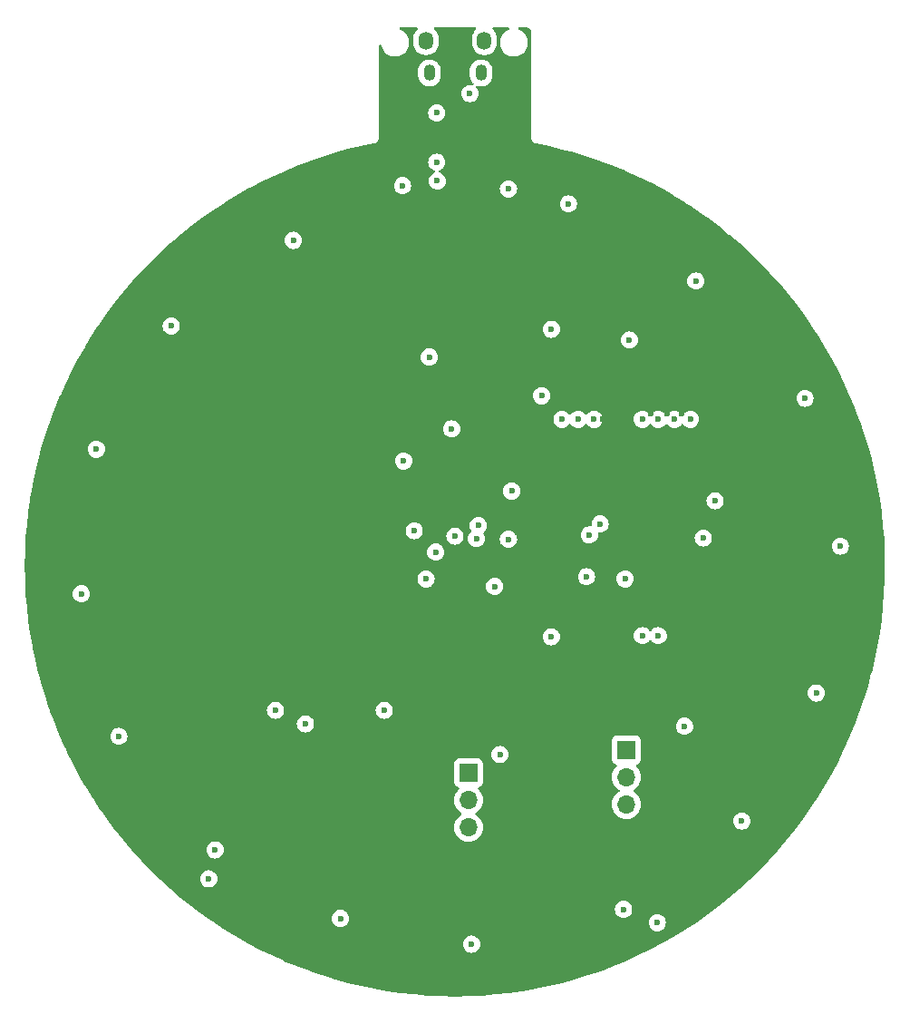
<source format=gbr>
%TF.GenerationSoftware,KiCad,Pcbnew,8.0.6*%
%TF.CreationDate,2024-11-26T17:38:28-05:00*%
%TF.ProjectId,Christmas Ornament 2024,43687269-7374-46d6-9173-204f726e616d,rev?*%
%TF.SameCoordinates,Original*%
%TF.FileFunction,Copper,L3,Inr*%
%TF.FilePolarity,Positive*%
%FSLAX46Y46*%
G04 Gerber Fmt 4.6, Leading zero omitted, Abs format (unit mm)*
G04 Created by KiCad (PCBNEW 8.0.6) date 2024-11-26 17:38:28*
%MOMM*%
%LPD*%
G01*
G04 APERTURE LIST*
%TA.AperFunction,ComponentPad*%
%ADD10R,1.700000X1.700000*%
%TD*%
%TA.AperFunction,ComponentPad*%
%ADD11O,1.700000X1.700000*%
%TD*%
%TA.AperFunction,ComponentPad*%
%ADD12O,1.350000X1.700000*%
%TD*%
%TA.AperFunction,ComponentPad*%
%ADD13O,1.100000X1.500000*%
%TD*%
%TA.AperFunction,ViaPad*%
%ADD14C,0.600000*%
%TD*%
G04 APERTURE END LIST*
D10*
%TO.N,+5C*%
%TO.C,J4*%
X128270000Y-120904000D03*
D11*
%TO.N,+5ish*%
X128270000Y-123444000D03*
%TO.N,+5V*%
X128270000Y-125984000D03*
%TD*%
D10*
%TO.N,+BATT*%
%TO.C,J5*%
X143020000Y-118760000D03*
D11*
%TO.N,unconnected-(J5-Pin_2-Pad2)*%
X143020000Y-121300000D03*
%TO.N,GND*%
X143020000Y-123840000D03*
%TD*%
D12*
%TO.N,GND*%
%TO.C,J1*%
X129755000Y-52560000D03*
D13*
X129444999Y-55559999D03*
X124605000Y-55560000D03*
D12*
X124295000Y-52560000D03*
%TD*%
D14*
%TO.N,GND*%
X128550000Y-136900000D03*
X142750000Y-133650000D03*
X153800000Y-125400000D03*
X160750000Y-113450000D03*
X163000000Y-99750000D03*
X159700000Y-85950000D03*
X125350000Y-65650000D03*
%TO.N,+3V3*%
X114500000Y-113700000D03*
X134000000Y-83600000D03*
X116100000Y-113700000D03*
X146600000Y-109600000D03*
X122300000Y-81100000D03*
X124206000Y-98298000D03*
X140800000Y-87900000D03*
X146800000Y-87400000D03*
X138900000Y-76200000D03*
X128700000Y-59300000D03*
X114600000Y-110700000D03*
X148200000Y-87400000D03*
X145300000Y-87400000D03*
X115900000Y-110700000D03*
X128700000Y-63800000D03*
X128036549Y-100663451D03*
X149000000Y-100000000D03*
X135500000Y-94100000D03*
X135300000Y-99100000D03*
%TO.N,GND*%
X116300000Y-134500000D03*
X140562500Y-97667500D03*
X136000000Y-108200000D03*
X149000000Y-87900000D03*
X92100000Y-104200000D03*
X129000000Y-99025000D03*
X132300000Y-94600000D03*
X130700000Y-103500000D03*
X150200000Y-98982500D03*
X129186403Y-97825000D03*
X143300000Y-80500000D03*
X124300000Y-102800000D03*
X104600000Y-128100000D03*
X138500000Y-87900000D03*
X120396000Y-115062000D03*
X132000000Y-99100000D03*
X139562500Y-98700000D03*
X95600000Y-117500000D03*
X140000000Y-87900000D03*
X135100000Y-85700000D03*
X125200000Y-100300000D03*
X136000000Y-79500000D03*
X125300000Y-59300000D03*
X151300000Y-95500000D03*
X147500000Y-87900000D03*
X144500000Y-108100000D03*
X139300000Y-102600000D03*
X104000000Y-130800000D03*
X146000000Y-108100000D03*
X111900000Y-71200000D03*
X125300000Y-63900000D03*
X149500000Y-75000000D03*
X144500000Y-87900000D03*
X137600000Y-67800000D03*
X93500000Y-90700000D03*
X123200000Y-98300000D03*
X122200000Y-91800000D03*
X100500000Y-79200000D03*
X146000000Y-87900000D03*
X110236000Y-115062000D03*
X113030000Y-116332000D03*
X137000000Y-87900000D03*
X126700000Y-88800000D03*
X145900000Y-134900000D03*
X148450000Y-116550000D03*
%TO.N,+BATT*%
X131200000Y-119200000D03*
%TO.N,+5V*%
X128400000Y-57500000D03*
%TO.N,Net-(JP1-B)*%
X127000000Y-98806000D03*
%TO.N,QSPI SS*%
X122100000Y-66100000D03*
X124600000Y-82100000D03*
%TO.N,Net-(SW1-A)*%
X142900000Y-102800000D03*
X132000000Y-66400000D03*
%TD*%
%TA.AperFunction,Conductor*%
%TO.N,+3V3*%
G36*
X123484769Y-51320185D02*
G01*
X123530524Y-51372989D01*
X123540468Y-51442147D01*
X123511443Y-51505703D01*
X123505411Y-51512181D01*
X123398381Y-51619210D01*
X123398381Y-51619211D01*
X123398379Y-51619213D01*
X123351672Y-51683499D01*
X123289622Y-51768903D01*
X123205620Y-51933764D01*
X123205619Y-51933767D01*
X123148445Y-52109734D01*
X123119500Y-52292486D01*
X123119500Y-52827513D01*
X123148445Y-53010265D01*
X123205619Y-53186232D01*
X123205620Y-53186235D01*
X123289622Y-53351096D01*
X123398379Y-53500787D01*
X123529213Y-53631621D01*
X123678904Y-53740378D01*
X123759763Y-53781577D01*
X123843764Y-53824379D01*
X123843767Y-53824380D01*
X123931750Y-53852967D01*
X124019736Y-53881555D01*
X124202486Y-53910500D01*
X124202487Y-53910500D01*
X124387513Y-53910500D01*
X124387514Y-53910500D01*
X124570264Y-53881555D01*
X124746235Y-53824379D01*
X124911096Y-53740378D01*
X125060787Y-53631621D01*
X125191621Y-53500787D01*
X125300378Y-53351096D01*
X125384379Y-53186235D01*
X125441555Y-53010264D01*
X125470500Y-52827514D01*
X125470500Y-52292486D01*
X125441555Y-52109736D01*
X125384379Y-51933765D01*
X125384379Y-51933764D01*
X125315232Y-51798057D01*
X125300378Y-51768904D01*
X125191621Y-51619213D01*
X125084589Y-51512181D01*
X125051104Y-51450858D01*
X125056088Y-51381166D01*
X125097960Y-51325233D01*
X125163424Y-51300816D01*
X125172270Y-51300500D01*
X128877730Y-51300500D01*
X128944769Y-51320185D01*
X128990524Y-51372989D01*
X129000468Y-51442147D01*
X128971443Y-51505703D01*
X128965411Y-51512181D01*
X128858381Y-51619210D01*
X128858381Y-51619211D01*
X128858379Y-51619213D01*
X128811672Y-51683499D01*
X128749622Y-51768903D01*
X128665620Y-51933764D01*
X128665619Y-51933767D01*
X128608445Y-52109734D01*
X128579500Y-52292486D01*
X128579500Y-52827513D01*
X128608445Y-53010265D01*
X128665619Y-53186232D01*
X128665620Y-53186235D01*
X128749622Y-53351096D01*
X128858379Y-53500787D01*
X128989213Y-53631621D01*
X129138904Y-53740378D01*
X129219763Y-53781577D01*
X129303764Y-53824379D01*
X129303767Y-53824380D01*
X129391750Y-53852967D01*
X129479736Y-53881555D01*
X129662486Y-53910500D01*
X129662487Y-53910500D01*
X129847513Y-53910500D01*
X129847514Y-53910500D01*
X130030264Y-53881555D01*
X130206235Y-53824379D01*
X130371096Y-53740378D01*
X130520787Y-53631621D01*
X130651621Y-53500787D01*
X130760378Y-53351096D01*
X130844379Y-53186235D01*
X130901555Y-53010264D01*
X130930500Y-52827514D01*
X130930500Y-52292486D01*
X130901555Y-52109736D01*
X130844379Y-51933765D01*
X130844379Y-51933764D01*
X130775232Y-51798057D01*
X130760378Y-51768904D01*
X130651621Y-51619213D01*
X130544589Y-51512181D01*
X130511104Y-51450858D01*
X130516088Y-51381166D01*
X130557960Y-51325233D01*
X130623424Y-51300816D01*
X130632270Y-51300500D01*
X131969693Y-51300500D01*
X132036732Y-51320185D01*
X132082487Y-51372989D01*
X132092431Y-51442147D01*
X132063406Y-51505703D01*
X132008013Y-51542430D01*
X132003506Y-51543894D01*
X132000777Y-51544781D01*
X131818386Y-51637715D01*
X131652786Y-51758028D01*
X131508028Y-51902786D01*
X131387715Y-52068386D01*
X131294781Y-52250776D01*
X131231522Y-52445465D01*
X131199500Y-52647648D01*
X131199500Y-52852351D01*
X131231522Y-53054534D01*
X131294781Y-53249223D01*
X131387715Y-53431613D01*
X131508028Y-53597213D01*
X131652786Y-53741971D01*
X131766215Y-53824380D01*
X131818390Y-53862287D01*
X131934607Y-53921503D01*
X132000776Y-53955218D01*
X132000778Y-53955218D01*
X132000781Y-53955220D01*
X132105137Y-53989127D01*
X132195465Y-54018477D01*
X132296557Y-54034488D01*
X132397648Y-54050500D01*
X132397649Y-54050500D01*
X132602351Y-54050500D01*
X132602352Y-54050500D01*
X132804534Y-54018477D01*
X132999219Y-53955220D01*
X133181610Y-53862287D01*
X133274590Y-53794732D01*
X133347213Y-53741971D01*
X133347215Y-53741968D01*
X133347219Y-53741966D01*
X133491966Y-53597219D01*
X133491968Y-53597215D01*
X133491971Y-53597213D01*
X133562026Y-53500789D01*
X133612287Y-53431610D01*
X133705220Y-53249219D01*
X133768477Y-53054534D01*
X133800500Y-52852352D01*
X133800500Y-52647648D01*
X133772472Y-52470686D01*
X133768477Y-52445465D01*
X133705218Y-52250776D01*
X133671503Y-52184607D01*
X133612287Y-52068390D01*
X133604556Y-52057749D01*
X133491971Y-51902786D01*
X133347213Y-51758028D01*
X133181613Y-51637715D01*
X133181612Y-51637714D01*
X133181610Y-51637713D01*
X133051550Y-51571444D01*
X132999222Y-51544781D01*
X132999219Y-51544780D01*
X132991986Y-51542430D01*
X132934313Y-51502992D01*
X132907115Y-51438634D01*
X132919030Y-51369787D01*
X132966275Y-51318312D01*
X133030307Y-51300500D01*
X133555401Y-51300500D01*
X133555405Y-51300501D01*
X133614337Y-51300500D01*
X133628207Y-51301277D01*
X133718486Y-51311440D01*
X133745534Y-51317608D01*
X133824680Y-51345278D01*
X133849678Y-51357305D01*
X133920690Y-51401878D01*
X133942391Y-51419165D01*
X134001718Y-51478416D01*
X134019031Y-51500093D01*
X134063694Y-51571041D01*
X134075756Y-51596028D01*
X134103528Y-51675138D01*
X134109731Y-51702178D01*
X134120005Y-51792382D01*
X134120802Y-51806254D01*
X134133470Y-61589591D01*
X134131269Y-61613009D01*
X134130075Y-61619260D01*
X134130074Y-61619266D01*
X134133246Y-61662656D01*
X134133576Y-61671528D01*
X134133634Y-61715023D01*
X134135286Y-61721157D01*
X134139221Y-61744355D01*
X134139684Y-61750692D01*
X134139685Y-61750696D01*
X134153979Y-61791784D01*
X134156597Y-61800279D01*
X134167906Y-61842270D01*
X134167908Y-61842275D01*
X134171095Y-61847779D01*
X134180897Y-61869161D01*
X134182986Y-61875165D01*
X134207422Y-61911148D01*
X134212146Y-61918671D01*
X134233943Y-61956311D01*
X134233944Y-61956312D01*
X134233946Y-61956315D01*
X134238445Y-61960802D01*
X134253451Y-61978924D01*
X134257024Y-61984185D01*
X134257025Y-61984186D01*
X134289955Y-62012628D01*
X134296469Y-62018676D01*
X134327253Y-62049380D01*
X134332762Y-62052551D01*
X134351944Y-62066168D01*
X134356760Y-62070328D01*
X134395927Y-62089277D01*
X134403748Y-62093413D01*
X134441466Y-62115125D01*
X134447607Y-62116762D01*
X134469664Y-62124952D01*
X134475389Y-62127722D01*
X134489988Y-62130511D01*
X134518118Y-62135887D01*
X134526777Y-62137865D01*
X134568804Y-62149068D01*
X134570495Y-62149065D01*
X134595840Y-62151648D01*
X135773913Y-62395997D01*
X135777679Y-62396841D01*
X137000974Y-62690927D01*
X137004667Y-62691876D01*
X138218153Y-63024251D01*
X138221812Y-63025315D01*
X139424257Y-63395639D01*
X139427863Y-63396811D01*
X140618063Y-63804713D01*
X140621688Y-63806019D01*
X141798496Y-64251106D01*
X141802047Y-64252513D01*
X142899370Y-64707427D01*
X142964252Y-64734325D01*
X142967827Y-64735873D01*
X144114321Y-65253950D01*
X144117845Y-65255610D01*
X144556669Y-65470750D01*
X145234391Y-65803014D01*
X145247462Y-65809422D01*
X145250926Y-65811188D01*
X146362651Y-66400239D01*
X146366030Y-66402099D01*
X147403792Y-66994435D01*
X147458680Y-67025764D01*
X147462021Y-67027741D01*
X147571755Y-67095031D01*
X148534531Y-67685413D01*
X148537819Y-67687501D01*
X148981680Y-67979249D01*
X149589162Y-68378544D01*
X149592326Y-68380696D01*
X150193825Y-68803698D01*
X150621464Y-69104435D01*
X150624615Y-69106726D01*
X151630464Y-69862396D01*
X151633541Y-69864784D01*
X152615170Y-70651682D01*
X152618171Y-70654166D01*
X153574604Y-71471513D01*
X153577525Y-71474090D01*
X154507793Y-72321056D01*
X154510632Y-72323723D01*
X155413868Y-73199519D01*
X155416621Y-73202274D01*
X156291873Y-74105975D01*
X156294539Y-74108815D01*
X156390769Y-74214630D01*
X157131351Y-75028980D01*
X157141006Y-75039596D01*
X157143576Y-75042513D01*
X157644895Y-75629816D01*
X157960372Y-75999401D01*
X157962854Y-76002403D01*
X158749180Y-76984460D01*
X158751567Y-76987538D01*
X159506696Y-77993857D01*
X159508984Y-77997009D01*
X160232099Y-79026502D01*
X160234288Y-79029725D01*
X160463749Y-79379255D01*
X160872743Y-80002262D01*
X160924721Y-80081437D01*
X160926796Y-80084708D01*
X161049685Y-80285368D01*
X161583862Y-81157600D01*
X161585844Y-81160953D01*
X162208879Y-82253940D01*
X162210755Y-82257354D01*
X162799164Y-83369391D01*
X162800931Y-83372862D01*
X163348705Y-84491769D01*
X163354102Y-84502792D01*
X163355760Y-84506317D01*
X163873185Y-85653105D01*
X163874731Y-85656681D01*
X164355869Y-86819124D01*
X164357302Y-86822746D01*
X164801700Y-87999752D01*
X164803015Y-88003410D01*
X164828960Y-88079254D01*
X165210217Y-89193769D01*
X165211420Y-89197474D01*
X165581035Y-90400050D01*
X165582121Y-90403791D01*
X165913790Y-91617406D01*
X165914757Y-91621179D01*
X166208130Y-92844561D01*
X166208979Y-92848363D01*
X166463788Y-94080382D01*
X166464517Y-94084208D01*
X166680505Y-95323637D01*
X166681113Y-95327485D01*
X166858058Y-96573040D01*
X166858546Y-96576904D01*
X166996290Y-97827476D01*
X166996655Y-97831354D01*
X167095046Y-99085563D01*
X167095290Y-99089451D01*
X167154242Y-100346185D01*
X167154363Y-100350078D01*
X167173811Y-101608010D01*
X167173810Y-101611905D01*
X167153738Y-102869827D01*
X167153615Y-102873721D01*
X167094041Y-104130429D01*
X167093795Y-104134316D01*
X166994782Y-105388474D01*
X166994415Y-105392352D01*
X166856054Y-106642828D01*
X166855565Y-106646692D01*
X166677995Y-107892212D01*
X166677384Y-107896060D01*
X166460791Y-109135323D01*
X166460061Y-109139149D01*
X166204634Y-110371079D01*
X166203783Y-110374880D01*
X165909796Y-111598147D01*
X165908826Y-111601919D01*
X165576575Y-112815304D01*
X165575488Y-112819045D01*
X165205264Y-114021474D01*
X165204059Y-114025178D01*
X164796273Y-115215318D01*
X164794953Y-115218983D01*
X164349967Y-116395778D01*
X164348532Y-116399399D01*
X163866819Y-117561605D01*
X163865271Y-117565180D01*
X163347288Y-118711685D01*
X163345629Y-118715209D01*
X162791885Y-119844891D01*
X162790116Y-119848361D01*
X162201170Y-120960081D01*
X162199293Y-120963494D01*
X161575702Y-122056196D01*
X161573718Y-122059548D01*
X160916141Y-123132081D01*
X160914053Y-123135370D01*
X160223095Y-124186746D01*
X160220905Y-124189967D01*
X159497274Y-125219109D01*
X159494984Y-125222260D01*
X158739371Y-126228184D01*
X158736983Y-126231261D01*
X157950155Y-127212946D01*
X157947671Y-127215947D01*
X157130392Y-128172440D01*
X157127815Y-128175361D01*
X156280917Y-129105691D01*
X156278250Y-129108530D01*
X155402536Y-130011812D01*
X155399781Y-130014566D01*
X154496127Y-130889898D01*
X154493287Y-130892564D01*
X153562581Y-131739084D01*
X153559659Y-131741659D01*
X152602819Y-132558534D01*
X152599817Y-132561016D01*
X151617818Y-133347411D01*
X151614740Y-133349798D01*
X150608496Y-134104984D01*
X150605344Y-134107273D01*
X149575896Y-134830468D01*
X149572674Y-134832657D01*
X148520997Y-135523175D01*
X148517708Y-135525261D01*
X147444891Y-136182388D01*
X147441537Y-136184371D01*
X146348575Y-136807496D01*
X146345162Y-136809371D01*
X145233204Y-137397841D01*
X145229733Y-137399609D01*
X144099817Y-137952874D01*
X144096292Y-137954532D01*
X142949541Y-138472040D01*
X142945965Y-138473586D01*
X141783566Y-138954803D01*
X141779945Y-138956236D01*
X140602979Y-139400716D01*
X140599313Y-139402035D01*
X139408981Y-139809322D01*
X139405277Y-139810525D01*
X138202719Y-140180231D01*
X138198978Y-140181317D01*
X136985416Y-140513065D01*
X136981643Y-140514033D01*
X135758253Y-140807501D01*
X135754451Y-140808350D01*
X134522450Y-141063248D01*
X134518624Y-141063977D01*
X133279237Y-141280050D01*
X133275389Y-141280659D01*
X132029825Y-141457697D01*
X132025961Y-141458185D01*
X130775394Y-141596020D01*
X130771516Y-141596385D01*
X129517314Y-141694866D01*
X129513426Y-141695110D01*
X128256728Y-141754151D01*
X128252835Y-141754273D01*
X126994872Y-141773811D01*
X126990977Y-141773810D01*
X125733055Y-141753829D01*
X125729161Y-141753706D01*
X124472480Y-141694224D01*
X124468593Y-141693979D01*
X123214396Y-141595054D01*
X123210518Y-141594687D01*
X121960037Y-141456416D01*
X121956173Y-141455927D01*
X120710662Y-141278450D01*
X120706814Y-141277840D01*
X119467477Y-141061327D01*
X119463651Y-141060596D01*
X118244713Y-140807955D01*
X118231757Y-140805269D01*
X118227962Y-140804421D01*
X117004683Y-140510523D01*
X117000910Y-140509554D01*
X115801845Y-140181317D01*
X115787414Y-140177366D01*
X115783699Y-140176286D01*
X115379267Y-140051794D01*
X114581307Y-139806168D01*
X114577602Y-139804964D01*
X113537064Y-139448521D01*
X113387380Y-139397246D01*
X113383720Y-139395928D01*
X112206940Y-138951045D01*
X112203318Y-138949611D01*
X111041029Y-138467960D01*
X111037455Y-138466412D01*
X109890936Y-137948523D01*
X109887411Y-137946864D01*
X108757677Y-137393196D01*
X108754207Y-137391427D01*
X107826399Y-136899996D01*
X127744435Y-136899996D01*
X127744435Y-136900003D01*
X127764630Y-137079249D01*
X127764631Y-137079254D01*
X127824211Y-137249523D01*
X127913376Y-137391427D01*
X127920184Y-137402262D01*
X128047738Y-137529816D01*
X128200478Y-137625789D01*
X128370745Y-137685368D01*
X128370750Y-137685369D01*
X128549996Y-137705565D01*
X128550000Y-137705565D01*
X128550004Y-137705565D01*
X128729249Y-137685369D01*
X128729252Y-137685368D01*
X128729255Y-137685368D01*
X128899522Y-137625789D01*
X129052262Y-137529816D01*
X129179816Y-137402262D01*
X129275789Y-137249522D01*
X129335368Y-137079255D01*
X129355565Y-136900000D01*
X129347935Y-136832285D01*
X129335369Y-136720750D01*
X129335368Y-136720745D01*
X129275788Y-136550476D01*
X129179815Y-136397737D01*
X129052262Y-136270184D01*
X128899523Y-136174211D01*
X128729254Y-136114631D01*
X128729249Y-136114630D01*
X128550004Y-136094435D01*
X128549996Y-136094435D01*
X128370750Y-136114630D01*
X128370745Y-136114631D01*
X128200476Y-136174211D01*
X128047737Y-136270184D01*
X127920184Y-136397737D01*
X127824211Y-136550476D01*
X127764631Y-136720745D01*
X127764630Y-136720750D01*
X127744435Y-136899996D01*
X107826399Y-136899996D01*
X107642445Y-136802561D01*
X107639032Y-136800684D01*
X106546323Y-136177194D01*
X106542970Y-136175211D01*
X105743890Y-135685368D01*
X105470327Y-135517671D01*
X105467049Y-135515590D01*
X105364229Y-135448028D01*
X104415653Y-134824727D01*
X104412431Y-134822537D01*
X103953645Y-134499996D01*
X115494435Y-134499996D01*
X115494435Y-134500003D01*
X115514630Y-134679249D01*
X115514631Y-134679254D01*
X115574211Y-134849523D01*
X115605926Y-134899996D01*
X115670184Y-135002262D01*
X115797738Y-135129816D01*
X115950478Y-135225789D01*
X116018306Y-135249523D01*
X116120745Y-135285368D01*
X116120750Y-135285369D01*
X116299996Y-135305565D01*
X116300000Y-135305565D01*
X116300004Y-135305565D01*
X116479249Y-135285369D01*
X116479252Y-135285368D01*
X116479255Y-135285368D01*
X116649522Y-135225789D01*
X116802262Y-135129816D01*
X116929816Y-135002262D01*
X116994074Y-134899996D01*
X145094435Y-134899996D01*
X145094435Y-134900003D01*
X145114630Y-135079249D01*
X145114631Y-135079254D01*
X145174211Y-135249523D01*
X145196735Y-135285369D01*
X145270184Y-135402262D01*
X145397738Y-135529816D01*
X145550478Y-135625789D01*
X145720745Y-135685368D01*
X145720750Y-135685369D01*
X145899996Y-135705565D01*
X145900000Y-135705565D01*
X145900004Y-135705565D01*
X146079249Y-135685369D01*
X146079252Y-135685368D01*
X146079255Y-135685368D01*
X146249522Y-135625789D01*
X146402262Y-135529816D01*
X146529816Y-135402262D01*
X146625789Y-135249522D01*
X146685368Y-135079255D01*
X146705565Y-134900000D01*
X146697977Y-134832657D01*
X146685369Y-134720750D01*
X146685368Y-134720745D01*
X146679073Y-134702756D01*
X146625789Y-134550478D01*
X146529816Y-134397738D01*
X146402262Y-134270184D01*
X146249523Y-134174211D01*
X146079254Y-134114631D01*
X146079249Y-134114630D01*
X145900004Y-134094435D01*
X145899996Y-134094435D01*
X145720750Y-134114630D01*
X145720745Y-134114631D01*
X145550476Y-134174211D01*
X145397737Y-134270184D01*
X145270184Y-134397737D01*
X145174211Y-134550476D01*
X145114631Y-134720745D01*
X145114630Y-134720750D01*
X145094435Y-134899996D01*
X116994074Y-134899996D01*
X117025789Y-134849522D01*
X117085368Y-134679255D01*
X117105565Y-134500000D01*
X117100558Y-134455565D01*
X117085369Y-134320750D01*
X117085368Y-134320745D01*
X117067676Y-134270184D01*
X117025789Y-134150478D01*
X117003265Y-134114632D01*
X116986582Y-134088080D01*
X116929816Y-133997738D01*
X116802262Y-133870184D01*
X116737124Y-133829255D01*
X116649523Y-133774211D01*
X116479254Y-133714631D01*
X116479249Y-133714630D01*
X116300004Y-133694435D01*
X116299996Y-133694435D01*
X116120750Y-133714630D01*
X116120745Y-133714631D01*
X115950476Y-133774211D01*
X115797737Y-133870184D01*
X115670184Y-133997737D01*
X115574211Y-134150476D01*
X115514631Y-134320745D01*
X115514630Y-134320750D01*
X115494435Y-134499996D01*
X103953645Y-134499996D01*
X103383222Y-134098970D01*
X103380071Y-134096680D01*
X102785325Y-133649996D01*
X141944435Y-133649996D01*
X141944435Y-133650003D01*
X141964630Y-133829249D01*
X141964631Y-133829254D01*
X142024211Y-133999523D01*
X142096538Y-134114630D01*
X142120184Y-134152262D01*
X142247738Y-134279816D01*
X142400478Y-134375789D01*
X142463202Y-134397737D01*
X142570745Y-134435368D01*
X142570750Y-134435369D01*
X142749996Y-134455565D01*
X142750000Y-134455565D01*
X142750004Y-134455565D01*
X142929249Y-134435369D01*
X142929252Y-134435368D01*
X142929255Y-134435368D01*
X143099522Y-134375789D01*
X143252262Y-134279816D01*
X143379816Y-134152262D01*
X143475789Y-133999522D01*
X143535368Y-133829255D01*
X143548283Y-133714630D01*
X143555565Y-133650003D01*
X143555565Y-133649996D01*
X143535369Y-133470750D01*
X143535368Y-133470745D01*
X143493047Y-133349798D01*
X143475789Y-133300478D01*
X143379816Y-133147738D01*
X143252262Y-133020184D01*
X143099523Y-132924211D01*
X142929254Y-132864631D01*
X142929249Y-132864630D01*
X142750004Y-132844435D01*
X142749996Y-132844435D01*
X142570750Y-132864630D01*
X142570745Y-132864631D01*
X142400476Y-132924211D01*
X142247737Y-133020184D01*
X142120184Y-133147737D01*
X142024211Y-133300476D01*
X141964631Y-133470745D01*
X141964630Y-133470750D01*
X141944435Y-133649996D01*
X102785325Y-133649996D01*
X102374092Y-133341140D01*
X102371015Y-133338752D01*
X101389293Y-132552010D01*
X101386292Y-132549527D01*
X100429738Y-131732315D01*
X100426816Y-131729738D01*
X99496427Y-130882908D01*
X99493588Y-130880242D01*
X99410804Y-130799996D01*
X103194435Y-130799996D01*
X103194435Y-130800003D01*
X103214630Y-130979249D01*
X103214631Y-130979254D01*
X103274211Y-131149523D01*
X103370184Y-131302262D01*
X103497738Y-131429816D01*
X103650478Y-131525789D01*
X103820745Y-131585368D01*
X103820750Y-131585369D01*
X103999996Y-131605565D01*
X104000000Y-131605565D01*
X104000004Y-131605565D01*
X104179249Y-131585369D01*
X104179252Y-131585368D01*
X104179255Y-131585368D01*
X104349522Y-131525789D01*
X104502262Y-131429816D01*
X104629816Y-131302262D01*
X104725789Y-131149522D01*
X104785368Y-130979255D01*
X104805565Y-130800000D01*
X104785368Y-130620745D01*
X104725789Y-130450478D01*
X104629816Y-130297738D01*
X104502262Y-130170184D01*
X104349523Y-130074211D01*
X104179254Y-130014631D01*
X104179249Y-130014630D01*
X104000004Y-129994435D01*
X103999996Y-129994435D01*
X103820750Y-130014630D01*
X103820745Y-130014631D01*
X103650476Y-130074211D01*
X103497737Y-130170184D01*
X103370184Y-130297737D01*
X103274211Y-130450476D01*
X103214631Y-130620745D01*
X103214630Y-130620750D01*
X103194435Y-130799996D01*
X99410804Y-130799996D01*
X99050228Y-130450476D01*
X98590200Y-130004553D01*
X98587495Y-130001847D01*
X98066094Y-129463653D01*
X97712074Y-129098230D01*
X97709408Y-129095390D01*
X96862820Y-128164745D01*
X96860245Y-128161823D01*
X96807454Y-128099996D01*
X103794435Y-128099996D01*
X103794435Y-128100003D01*
X103814630Y-128279249D01*
X103814631Y-128279254D01*
X103874211Y-128449523D01*
X103970184Y-128602262D01*
X104097738Y-128729816D01*
X104250478Y-128825789D01*
X104420745Y-128885368D01*
X104420750Y-128885369D01*
X104599996Y-128905565D01*
X104600000Y-128905565D01*
X104600004Y-128905565D01*
X104779249Y-128885369D01*
X104779252Y-128885368D01*
X104779255Y-128885368D01*
X104949522Y-128825789D01*
X105102262Y-128729816D01*
X105229816Y-128602262D01*
X105325789Y-128449522D01*
X105385368Y-128279255D01*
X105398432Y-128163312D01*
X105405565Y-128100003D01*
X105405565Y-128099996D01*
X105385369Y-127920750D01*
X105385368Y-127920745D01*
X105325788Y-127750476D01*
X105229815Y-127597737D01*
X105102262Y-127470184D01*
X104949523Y-127374211D01*
X104779254Y-127314631D01*
X104779249Y-127314630D01*
X104600004Y-127294435D01*
X104599996Y-127294435D01*
X104420750Y-127314630D01*
X104420745Y-127314631D01*
X104250476Y-127374211D01*
X104097737Y-127470184D01*
X103970184Y-127597737D01*
X103874211Y-127750476D01*
X103814631Y-127920745D01*
X103814630Y-127920750D01*
X103794435Y-128099996D01*
X96807454Y-128099996D01*
X96043319Y-127205062D01*
X96040836Y-127202060D01*
X95254354Y-126220098D01*
X95251967Y-126217020D01*
X95111449Y-126029816D01*
X94496687Y-125210802D01*
X94494440Y-125207709D01*
X93984897Y-124482498D01*
X93771151Y-124178283D01*
X93768962Y-124175061D01*
X93288881Y-123443999D01*
X126914341Y-123443999D01*
X126914341Y-123444000D01*
X126934936Y-123679403D01*
X126934938Y-123679413D01*
X126996094Y-123907655D01*
X126996096Y-123907659D01*
X126996097Y-123907663D01*
X127074316Y-124075403D01*
X127095965Y-124121830D01*
X127095967Y-124121834D01*
X127231501Y-124315395D01*
X127231506Y-124315402D01*
X127398597Y-124482493D01*
X127398603Y-124482498D01*
X127584158Y-124612425D01*
X127627783Y-124667002D01*
X127634977Y-124736500D01*
X127603454Y-124798855D01*
X127584158Y-124815575D01*
X127398597Y-124945505D01*
X127231505Y-125112597D01*
X127095965Y-125306169D01*
X127095964Y-125306171D01*
X126996098Y-125520335D01*
X126996094Y-125520344D01*
X126934938Y-125748586D01*
X126934936Y-125748596D01*
X126914341Y-125983999D01*
X126914341Y-125984000D01*
X126934936Y-126219403D01*
X126934938Y-126219413D01*
X126996094Y-126447655D01*
X126996096Y-126447659D01*
X126996097Y-126447663D01*
X127086205Y-126640900D01*
X127095965Y-126661830D01*
X127095967Y-126661834D01*
X127204281Y-126816521D01*
X127231505Y-126855401D01*
X127398599Y-127022495D01*
X127495384Y-127090265D01*
X127592165Y-127158032D01*
X127592167Y-127158033D01*
X127592170Y-127158035D01*
X127806337Y-127257903D01*
X128034592Y-127319063D01*
X128222918Y-127335539D01*
X128269999Y-127339659D01*
X128270000Y-127339659D01*
X128270001Y-127339659D01*
X128309234Y-127336226D01*
X128505408Y-127319063D01*
X128733663Y-127257903D01*
X128947830Y-127158035D01*
X129141401Y-127022495D01*
X129308495Y-126855401D01*
X129444035Y-126661830D01*
X129543903Y-126447663D01*
X129605063Y-126219408D01*
X129625659Y-125984000D01*
X129605063Y-125748592D01*
X129543903Y-125520337D01*
X129487787Y-125399996D01*
X152994435Y-125399996D01*
X152994435Y-125400003D01*
X153014630Y-125579249D01*
X153014631Y-125579254D01*
X153074211Y-125749523D01*
X153170184Y-125902262D01*
X153297738Y-126029816D01*
X153450478Y-126125789D01*
X153620745Y-126185368D01*
X153620750Y-126185369D01*
X153799996Y-126205565D01*
X153800000Y-126205565D01*
X153800004Y-126205565D01*
X153979249Y-126185369D01*
X153979252Y-126185368D01*
X153979255Y-126185368D01*
X154149522Y-126125789D01*
X154302262Y-126029816D01*
X154429816Y-125902262D01*
X154525789Y-125749522D01*
X154585368Y-125579255D01*
X154592006Y-125520344D01*
X154605565Y-125400003D01*
X154605565Y-125399996D01*
X154585369Y-125220750D01*
X154585368Y-125220745D01*
X154547982Y-125113903D01*
X154525789Y-125050478D01*
X154502888Y-125014032D01*
X154486582Y-124988080D01*
X154429816Y-124897738D01*
X154302262Y-124770184D01*
X154287643Y-124760998D01*
X154149523Y-124674211D01*
X153979254Y-124614631D01*
X153979249Y-124614630D01*
X153800004Y-124594435D01*
X153799996Y-124594435D01*
X153620750Y-124614630D01*
X153620745Y-124614631D01*
X153450476Y-124674211D01*
X153297737Y-124770184D01*
X153170184Y-124897737D01*
X153074211Y-125050476D01*
X153014631Y-125220745D01*
X153014630Y-125220750D01*
X152994435Y-125399996D01*
X129487787Y-125399996D01*
X129444035Y-125306171D01*
X129385281Y-125222260D01*
X129308494Y-125112597D01*
X129141402Y-124945506D01*
X129141396Y-124945501D01*
X128955842Y-124815575D01*
X128912217Y-124760998D01*
X128905023Y-124691500D01*
X128936546Y-124629145D01*
X128955842Y-124612425D01*
X129011425Y-124573505D01*
X129141401Y-124482495D01*
X129308495Y-124315401D01*
X129444035Y-124121830D01*
X129543903Y-123907663D01*
X129605063Y-123679408D01*
X129625659Y-123444000D01*
X129605063Y-123208592D01*
X129543903Y-122980337D01*
X129444035Y-122766171D01*
X129377798Y-122671575D01*
X129308496Y-122572600D01*
X129258898Y-122523002D01*
X129186567Y-122450671D01*
X129153084Y-122389351D01*
X129158068Y-122319659D01*
X129199939Y-122263725D01*
X129230915Y-122246810D01*
X129362331Y-122197796D01*
X129477546Y-122111546D01*
X129563796Y-121996331D01*
X129614091Y-121861483D01*
X129620500Y-121801873D01*
X129620500Y-121299999D01*
X141664341Y-121299999D01*
X141664341Y-121300000D01*
X141684936Y-121535403D01*
X141684938Y-121535413D01*
X141746094Y-121763655D01*
X141746096Y-121763659D01*
X141746097Y-121763663D01*
X141845965Y-121977830D01*
X141845967Y-121977834D01*
X141981501Y-122171395D01*
X141981506Y-122171402D01*
X142148597Y-122338493D01*
X142148603Y-122338498D01*
X142334158Y-122468425D01*
X142377783Y-122523002D01*
X142384977Y-122592500D01*
X142353454Y-122654855D01*
X142334158Y-122671575D01*
X142148597Y-122801505D01*
X141981505Y-122968597D01*
X141845965Y-123162169D01*
X141845964Y-123162171D01*
X141746098Y-123376335D01*
X141746094Y-123376344D01*
X141684938Y-123604586D01*
X141684936Y-123604596D01*
X141664341Y-123839999D01*
X141664341Y-123840000D01*
X141684936Y-124075403D01*
X141684938Y-124075413D01*
X141746094Y-124303655D01*
X141746096Y-124303659D01*
X141746097Y-124303663D01*
X141829487Y-124482493D01*
X141845965Y-124517830D01*
X141845967Y-124517834D01*
X141950416Y-124667002D01*
X141981505Y-124711401D01*
X142148599Y-124878495D01*
X142176081Y-124897738D01*
X142342165Y-125014032D01*
X142342167Y-125014033D01*
X142342170Y-125014035D01*
X142556337Y-125113903D01*
X142784592Y-125175063D01*
X142972918Y-125191539D01*
X143019999Y-125195659D01*
X143020000Y-125195659D01*
X143020001Y-125195659D01*
X143059234Y-125192226D01*
X143255408Y-125175063D01*
X143483663Y-125113903D01*
X143697830Y-125014035D01*
X143891401Y-124878495D01*
X144058495Y-124711401D01*
X144194035Y-124517830D01*
X144293903Y-124303663D01*
X144355063Y-124075408D01*
X144375659Y-123840000D01*
X144355063Y-123604592D01*
X144293903Y-123376337D01*
X144194035Y-123162171D01*
X144058495Y-122968599D01*
X144058494Y-122968597D01*
X143891402Y-122801506D01*
X143891396Y-122801501D01*
X143705842Y-122671575D01*
X143662217Y-122616998D01*
X143655023Y-122547500D01*
X143686546Y-122485145D01*
X143705842Y-122468425D01*
X143731194Y-122450673D01*
X143891401Y-122338495D01*
X144058495Y-122171401D01*
X144194035Y-121977830D01*
X144293903Y-121763663D01*
X144355063Y-121535408D01*
X144375659Y-121300000D01*
X144373789Y-121278632D01*
X144355063Y-121064596D01*
X144355063Y-121064592D01*
X144293903Y-120836337D01*
X144194035Y-120622171D01*
X144058495Y-120428599D01*
X143936567Y-120306671D01*
X143903084Y-120245351D01*
X143908068Y-120175659D01*
X143949939Y-120119725D01*
X143980915Y-120102810D01*
X144112331Y-120053796D01*
X144227546Y-119967546D01*
X144313796Y-119852331D01*
X144364091Y-119717483D01*
X144370500Y-119657873D01*
X144370499Y-117862128D01*
X144364091Y-117802517D01*
X144318117Y-117679255D01*
X144313797Y-117667671D01*
X144313793Y-117667664D01*
X144227547Y-117552455D01*
X144227544Y-117552452D01*
X144112335Y-117466206D01*
X144112328Y-117466202D01*
X143977482Y-117415908D01*
X143977483Y-117415908D01*
X143917883Y-117409501D01*
X143917881Y-117409500D01*
X143917873Y-117409500D01*
X143917864Y-117409500D01*
X142122129Y-117409500D01*
X142122123Y-117409501D01*
X142062516Y-117415908D01*
X141927671Y-117466202D01*
X141927664Y-117466206D01*
X141812455Y-117552452D01*
X141812452Y-117552455D01*
X141726206Y-117667664D01*
X141726202Y-117667671D01*
X141675908Y-117802517D01*
X141673515Y-117824780D01*
X141669501Y-117862123D01*
X141669500Y-117862135D01*
X141669500Y-119657870D01*
X141669501Y-119657876D01*
X141675908Y-119717483D01*
X141726202Y-119852328D01*
X141726206Y-119852335D01*
X141812452Y-119967544D01*
X141812455Y-119967547D01*
X141927664Y-120053793D01*
X141927671Y-120053797D01*
X142059081Y-120102810D01*
X142115015Y-120144681D01*
X142139432Y-120210145D01*
X142124580Y-120278418D01*
X142103430Y-120306673D01*
X141981503Y-120428600D01*
X141845965Y-120622169D01*
X141845964Y-120622171D01*
X141746098Y-120836335D01*
X141746094Y-120836344D01*
X141684938Y-121064586D01*
X141684936Y-121064596D01*
X141664341Y-121299999D01*
X129620500Y-121299999D01*
X129620499Y-120006128D01*
X129614091Y-119946517D01*
X129578963Y-119852335D01*
X129563797Y-119811671D01*
X129563793Y-119811664D01*
X129477547Y-119696455D01*
X129477544Y-119696452D01*
X129362335Y-119610206D01*
X129362328Y-119610202D01*
X129227482Y-119559908D01*
X129227483Y-119559908D01*
X129167883Y-119553501D01*
X129167881Y-119553500D01*
X129167873Y-119553500D01*
X129167864Y-119553500D01*
X127372129Y-119553500D01*
X127372123Y-119553501D01*
X127312516Y-119559908D01*
X127177671Y-119610202D01*
X127177664Y-119610206D01*
X127062455Y-119696452D01*
X127062452Y-119696455D01*
X126976206Y-119811664D01*
X126976202Y-119811671D01*
X126925908Y-119946517D01*
X126919560Y-120005565D01*
X126919501Y-120006123D01*
X126919500Y-120006135D01*
X126919500Y-121801870D01*
X126919501Y-121801876D01*
X126925908Y-121861483D01*
X126976202Y-121996328D01*
X126976206Y-121996335D01*
X127062452Y-122111544D01*
X127062455Y-122111547D01*
X127177664Y-122197793D01*
X127177671Y-122197797D01*
X127309081Y-122246810D01*
X127365015Y-122288681D01*
X127389432Y-122354145D01*
X127374580Y-122422418D01*
X127353430Y-122450673D01*
X127231503Y-122572600D01*
X127095965Y-122766169D01*
X127095964Y-122766171D01*
X127002401Y-122966816D01*
X127001572Y-122968597D01*
X126996098Y-122980335D01*
X126996094Y-122980344D01*
X126934938Y-123208586D01*
X126934936Y-123208596D01*
X126914341Y-123443999D01*
X93288881Y-123443999D01*
X93078383Y-123123456D01*
X93076296Y-123120167D01*
X92426536Y-122059548D01*
X92419070Y-122047362D01*
X92417090Y-122044012D01*
X91793905Y-120951128D01*
X91792029Y-120947715D01*
X91203466Y-119835775D01*
X91201698Y-119832304D01*
X90892031Y-119199996D01*
X130394435Y-119199996D01*
X130394435Y-119200003D01*
X130414630Y-119379249D01*
X130414631Y-119379254D01*
X130474211Y-119549523D01*
X130542294Y-119657876D01*
X130570184Y-119702262D01*
X130697738Y-119829816D01*
X130850478Y-119925789D01*
X130969807Y-119967544D01*
X131020745Y-119985368D01*
X131020750Y-119985369D01*
X131199996Y-120005565D01*
X131200000Y-120005565D01*
X131200004Y-120005565D01*
X131379249Y-119985369D01*
X131379252Y-119985368D01*
X131379255Y-119985368D01*
X131549522Y-119925789D01*
X131702262Y-119829816D01*
X131829816Y-119702262D01*
X131925789Y-119549522D01*
X131985368Y-119379255D01*
X132005565Y-119200000D01*
X131985368Y-119020745D01*
X131925789Y-118850478D01*
X131829816Y-118697738D01*
X131702262Y-118570184D01*
X131549523Y-118474211D01*
X131379254Y-118414631D01*
X131379249Y-118414630D01*
X131200004Y-118394435D01*
X131199996Y-118394435D01*
X131020750Y-118414630D01*
X131020745Y-118414631D01*
X130850476Y-118474211D01*
X130697737Y-118570184D01*
X130570184Y-118697737D01*
X130474211Y-118850476D01*
X130414631Y-119020745D01*
X130414630Y-119020750D01*
X130394435Y-119199996D01*
X90892031Y-119199996D01*
X90648352Y-118702428D01*
X90646694Y-118698903D01*
X90518382Y-118414631D01*
X90129118Y-117552224D01*
X90127573Y-117548652D01*
X90107426Y-117499996D01*
X94794435Y-117499996D01*
X94794435Y-117500003D01*
X94814630Y-117679249D01*
X94814631Y-117679254D01*
X94874211Y-117849523D01*
X94882136Y-117862135D01*
X94970184Y-118002262D01*
X95097738Y-118129816D01*
X95250478Y-118225789D01*
X95420745Y-118285368D01*
X95420750Y-118285369D01*
X95599996Y-118305565D01*
X95600000Y-118305565D01*
X95600004Y-118305565D01*
X95779249Y-118285369D01*
X95779252Y-118285368D01*
X95779255Y-118285368D01*
X95949522Y-118225789D01*
X96102262Y-118129816D01*
X96229816Y-118002262D01*
X96325789Y-117849522D01*
X96385368Y-117679255D01*
X96385369Y-117679249D01*
X96405565Y-117500003D01*
X96405565Y-117499996D01*
X96385369Y-117320750D01*
X96385368Y-117320745D01*
X96325788Y-117150476D01*
X96286582Y-117088080D01*
X96229816Y-116997738D01*
X96102262Y-116870184D01*
X96045093Y-116834262D01*
X95949523Y-116774211D01*
X95779254Y-116714631D01*
X95779249Y-116714630D01*
X95600004Y-116694435D01*
X95599996Y-116694435D01*
X95420750Y-116714630D01*
X95420745Y-116714631D01*
X95250476Y-116774211D01*
X95097737Y-116870184D01*
X94970184Y-116997737D01*
X94874211Y-117150476D01*
X94814631Y-117320745D01*
X94814630Y-117320750D01*
X94794435Y-117499996D01*
X90107426Y-117499996D01*
X89646252Y-116386239D01*
X89644819Y-116382617D01*
X89625698Y-116331996D01*
X112224435Y-116331996D01*
X112224435Y-116332003D01*
X112244630Y-116511249D01*
X112244631Y-116511254D01*
X112304211Y-116681523D01*
X112362451Y-116774211D01*
X112400184Y-116834262D01*
X112527738Y-116961816D01*
X112618080Y-117018582D01*
X112671681Y-117052262D01*
X112680478Y-117057789D01*
X112850745Y-117117368D01*
X112850750Y-117117369D01*
X113029996Y-117137565D01*
X113030000Y-117137565D01*
X113030004Y-117137565D01*
X113209249Y-117117369D01*
X113209252Y-117117368D01*
X113209255Y-117117368D01*
X113379522Y-117057789D01*
X113532262Y-116961816D01*
X113659816Y-116834262D01*
X113755789Y-116681522D01*
X113801812Y-116549996D01*
X147644435Y-116549996D01*
X147644435Y-116550003D01*
X147664630Y-116729249D01*
X147664631Y-116729254D01*
X147724211Y-116899523D01*
X147785924Y-116997738D01*
X147820184Y-117052262D01*
X147947738Y-117179816D01*
X148100478Y-117275789D01*
X148228955Y-117320745D01*
X148270745Y-117335368D01*
X148270750Y-117335369D01*
X148449996Y-117355565D01*
X148450000Y-117355565D01*
X148450004Y-117355565D01*
X148629249Y-117335369D01*
X148629252Y-117335368D01*
X148629255Y-117335368D01*
X148799522Y-117275789D01*
X148952262Y-117179816D01*
X149079816Y-117052262D01*
X149175789Y-116899522D01*
X149235368Y-116729255D01*
X149237016Y-116714630D01*
X149255565Y-116550003D01*
X149255565Y-116549996D01*
X149235369Y-116370750D01*
X149235368Y-116370745D01*
X149221812Y-116332003D01*
X149175789Y-116200478D01*
X149145799Y-116152750D01*
X149079815Y-116047737D01*
X148952262Y-115920184D01*
X148799523Y-115824211D01*
X148629254Y-115764631D01*
X148629249Y-115764630D01*
X148450004Y-115744435D01*
X148449996Y-115744435D01*
X148270750Y-115764630D01*
X148270745Y-115764631D01*
X148100476Y-115824211D01*
X147947737Y-115920184D01*
X147820184Y-116047737D01*
X147724211Y-116200476D01*
X147664631Y-116370745D01*
X147664630Y-116370750D01*
X147644435Y-116549996D01*
X113801812Y-116549996D01*
X113815368Y-116511255D01*
X113835565Y-116332000D01*
X113820746Y-116200478D01*
X113815369Y-116152750D01*
X113815368Y-116152745D01*
X113755788Y-115982476D01*
X113670894Y-115847369D01*
X113659816Y-115829738D01*
X113532262Y-115702184D01*
X113379523Y-115606211D01*
X113209254Y-115546631D01*
X113209249Y-115546630D01*
X113030004Y-115526435D01*
X113029996Y-115526435D01*
X112850750Y-115546630D01*
X112850745Y-115546631D01*
X112680476Y-115606211D01*
X112527737Y-115702184D01*
X112400184Y-115829737D01*
X112304211Y-115982476D01*
X112244631Y-116152745D01*
X112244630Y-116152750D01*
X112224435Y-116331996D01*
X89625698Y-116331996D01*
X89335701Y-115564262D01*
X89200257Y-115205690D01*
X89198943Y-115202038D01*
X89151014Y-115061996D01*
X109430435Y-115061996D01*
X109430435Y-115062003D01*
X109450630Y-115241249D01*
X109450631Y-115241254D01*
X109510211Y-115411523D01*
X109537919Y-115455619D01*
X109606184Y-115564262D01*
X109733738Y-115691816D01*
X109886478Y-115787789D01*
X110056745Y-115847368D01*
X110056750Y-115847369D01*
X110235996Y-115867565D01*
X110236000Y-115867565D01*
X110236004Y-115867565D01*
X110415249Y-115847369D01*
X110415252Y-115847368D01*
X110415255Y-115847368D01*
X110585522Y-115787789D01*
X110738262Y-115691816D01*
X110865816Y-115564262D01*
X110961789Y-115411522D01*
X111021368Y-115241255D01*
X111021369Y-115241249D01*
X111041565Y-115062003D01*
X111041565Y-115061996D01*
X119590435Y-115061996D01*
X119590435Y-115062003D01*
X119610630Y-115241249D01*
X119610631Y-115241254D01*
X119670211Y-115411523D01*
X119697919Y-115455619D01*
X119766184Y-115564262D01*
X119893738Y-115691816D01*
X120046478Y-115787789D01*
X120216745Y-115847368D01*
X120216750Y-115847369D01*
X120395996Y-115867565D01*
X120396000Y-115867565D01*
X120396004Y-115867565D01*
X120575249Y-115847369D01*
X120575252Y-115847368D01*
X120575255Y-115847368D01*
X120745522Y-115787789D01*
X120898262Y-115691816D01*
X121025816Y-115564262D01*
X121121789Y-115411522D01*
X121181368Y-115241255D01*
X121181369Y-115241249D01*
X121201565Y-115062003D01*
X121201565Y-115061996D01*
X121181369Y-114882750D01*
X121181368Y-114882745D01*
X121121788Y-114712476D01*
X121025815Y-114559737D01*
X120898262Y-114432184D01*
X120745523Y-114336211D01*
X120575254Y-114276631D01*
X120575249Y-114276630D01*
X120396004Y-114256435D01*
X120395996Y-114256435D01*
X120216750Y-114276630D01*
X120216745Y-114276631D01*
X120046476Y-114336211D01*
X119893737Y-114432184D01*
X119766184Y-114559737D01*
X119670211Y-114712476D01*
X119610631Y-114882745D01*
X119610630Y-114882750D01*
X119590435Y-115061996D01*
X111041565Y-115061996D01*
X111021369Y-114882750D01*
X111021368Y-114882745D01*
X110961788Y-114712476D01*
X110865815Y-114559737D01*
X110738262Y-114432184D01*
X110585523Y-114336211D01*
X110415254Y-114276631D01*
X110415249Y-114276630D01*
X110236004Y-114256435D01*
X110235996Y-114256435D01*
X110056750Y-114276630D01*
X110056745Y-114276631D01*
X109886476Y-114336211D01*
X109733737Y-114432184D01*
X109606184Y-114559737D01*
X109510211Y-114712476D01*
X109450631Y-114882745D01*
X109450630Y-114882750D01*
X109430435Y-115061996D01*
X89151014Y-115061996D01*
X88935465Y-114432184D01*
X88882229Y-114276632D01*
X88791573Y-114011745D01*
X88790369Y-114008040D01*
X88618764Y-113449996D01*
X159944435Y-113449996D01*
X159944435Y-113450003D01*
X159964630Y-113629249D01*
X159964631Y-113629254D01*
X160024211Y-113799523D01*
X160120184Y-113952262D01*
X160247738Y-114079816D01*
X160400478Y-114175789D01*
X160555238Y-114229942D01*
X160570745Y-114235368D01*
X160570750Y-114235369D01*
X160749996Y-114255565D01*
X160750000Y-114255565D01*
X160750004Y-114255565D01*
X160929249Y-114235369D01*
X160929252Y-114235368D01*
X160929255Y-114235368D01*
X161099522Y-114175789D01*
X161252262Y-114079816D01*
X161379816Y-113952262D01*
X161475789Y-113799522D01*
X161535368Y-113629255D01*
X161555565Y-113450000D01*
X161535368Y-113270745D01*
X161475789Y-113100478D01*
X161379816Y-112947738D01*
X161252262Y-112820184D01*
X161228877Y-112805490D01*
X161099523Y-112724211D01*
X160929254Y-112664631D01*
X160929249Y-112664630D01*
X160750004Y-112644435D01*
X160749996Y-112644435D01*
X160570750Y-112664630D01*
X160570745Y-112664631D01*
X160400476Y-112724211D01*
X160247737Y-112820184D01*
X160120184Y-112947737D01*
X160024211Y-113100476D01*
X159964631Y-113270745D01*
X159964630Y-113270750D01*
X159944435Y-113449996D01*
X88618764Y-113449996D01*
X88420571Y-112805490D01*
X88419485Y-112801749D01*
X88137479Y-111770442D01*
X88087643Y-111588190D01*
X88086681Y-111584438D01*
X87793127Y-110361075D01*
X87792278Y-110357274D01*
X87567583Y-109271648D01*
X87537291Y-109125288D01*
X87536566Y-109121489D01*
X87375845Y-108199996D01*
X135194435Y-108199996D01*
X135194435Y-108200003D01*
X135214630Y-108379249D01*
X135214631Y-108379254D01*
X135274211Y-108549523D01*
X135307351Y-108602264D01*
X135370184Y-108702262D01*
X135497738Y-108829816D01*
X135650478Y-108925789D01*
X135820745Y-108985368D01*
X135820750Y-108985369D01*
X135999996Y-109005565D01*
X136000000Y-109005565D01*
X136000004Y-109005565D01*
X136179249Y-108985369D01*
X136179252Y-108985368D01*
X136179255Y-108985368D01*
X136349522Y-108925789D01*
X136502262Y-108829816D01*
X136629816Y-108702262D01*
X136725789Y-108549522D01*
X136785368Y-108379255D01*
X136785369Y-108379249D01*
X136805565Y-108200003D01*
X136805565Y-108199996D01*
X136794298Y-108099996D01*
X143694435Y-108099996D01*
X143694435Y-108100003D01*
X143714630Y-108279249D01*
X143714631Y-108279254D01*
X143774211Y-108449523D01*
X143837045Y-108549522D01*
X143870184Y-108602262D01*
X143997738Y-108729816D01*
X144150478Y-108825789D01*
X144161984Y-108829815D01*
X144320745Y-108885368D01*
X144320750Y-108885369D01*
X144499996Y-108905565D01*
X144500000Y-108905565D01*
X144500004Y-108905565D01*
X144679249Y-108885369D01*
X144679252Y-108885368D01*
X144679255Y-108885368D01*
X144849522Y-108825789D01*
X145002262Y-108729816D01*
X145129816Y-108602262D01*
X145145007Y-108578084D01*
X145197339Y-108531796D01*
X145266393Y-108521146D01*
X145330242Y-108549521D01*
X145354990Y-108578082D01*
X145370184Y-108602262D01*
X145497738Y-108729816D01*
X145650478Y-108825789D01*
X145661984Y-108829815D01*
X145820745Y-108885368D01*
X145820750Y-108885369D01*
X145999996Y-108905565D01*
X146000000Y-108905565D01*
X146000004Y-108905565D01*
X146179249Y-108885369D01*
X146179252Y-108885368D01*
X146179255Y-108885368D01*
X146349522Y-108825789D01*
X146502262Y-108729816D01*
X146629816Y-108602262D01*
X146725789Y-108449522D01*
X146785368Y-108279255D01*
X146785369Y-108279249D01*
X146805565Y-108100003D01*
X146805565Y-108099996D01*
X146785369Y-107920750D01*
X146785368Y-107920745D01*
X146771170Y-107880169D01*
X146725789Y-107750478D01*
X146629816Y-107597738D01*
X146502262Y-107470184D01*
X146413852Y-107414632D01*
X146349523Y-107374211D01*
X146179254Y-107314631D01*
X146179249Y-107314630D01*
X146000004Y-107294435D01*
X145999996Y-107294435D01*
X145820750Y-107314630D01*
X145820745Y-107314631D01*
X145650476Y-107374211D01*
X145497737Y-107470184D01*
X145370184Y-107597737D01*
X145354994Y-107621913D01*
X145302659Y-107668204D01*
X145233605Y-107678852D01*
X145169757Y-107650477D01*
X145145006Y-107621913D01*
X145129815Y-107597737D01*
X145002262Y-107470184D01*
X144849523Y-107374211D01*
X144679254Y-107314631D01*
X144679249Y-107314630D01*
X144500004Y-107294435D01*
X144499996Y-107294435D01*
X144320750Y-107314630D01*
X144320745Y-107314631D01*
X144150476Y-107374211D01*
X143997737Y-107470184D01*
X143870184Y-107597737D01*
X143774211Y-107750476D01*
X143714631Y-107920745D01*
X143714630Y-107920750D01*
X143694435Y-108099996D01*
X136794298Y-108099996D01*
X136785369Y-108020750D01*
X136785368Y-108020745D01*
X136725788Y-107850476D01*
X136662955Y-107750478D01*
X136629816Y-107697738D01*
X136502262Y-107570184D01*
X136349523Y-107474211D01*
X136179254Y-107414631D01*
X136179249Y-107414630D01*
X136000004Y-107394435D01*
X135999996Y-107394435D01*
X135820750Y-107414630D01*
X135820745Y-107414631D01*
X135650476Y-107474211D01*
X135497737Y-107570184D01*
X135370184Y-107697737D01*
X135274211Y-107850476D01*
X135214631Y-108020745D01*
X135214630Y-108020750D01*
X135194435Y-108199996D01*
X87375845Y-108199996D01*
X87320392Y-107882054D01*
X87319794Y-107878272D01*
X87142657Y-106632659D01*
X87142173Y-106628824D01*
X87014468Y-105470931D01*
X87004245Y-105378237D01*
X87003890Y-105374483D01*
X86911583Y-104199996D01*
X91294435Y-104199996D01*
X91294435Y-104200003D01*
X91314630Y-104379249D01*
X91314631Y-104379254D01*
X91374211Y-104549523D01*
X91470184Y-104702262D01*
X91597738Y-104829816D01*
X91750478Y-104925789D01*
X91920745Y-104985368D01*
X91920750Y-104985369D01*
X92099996Y-105005565D01*
X92100000Y-105005565D01*
X92100004Y-105005565D01*
X92279249Y-104985369D01*
X92279252Y-104985368D01*
X92279255Y-104985368D01*
X92449522Y-104925789D01*
X92602262Y-104829816D01*
X92729816Y-104702262D01*
X92825789Y-104549522D01*
X92885368Y-104379255D01*
X92893671Y-104305565D01*
X92905565Y-104200003D01*
X92905565Y-104199996D01*
X92885369Y-104020750D01*
X92885368Y-104020745D01*
X92825789Y-103850478D01*
X92825188Y-103849522D01*
X92729815Y-103697737D01*
X92602262Y-103570184D01*
X92449523Y-103474211D01*
X92279254Y-103414631D01*
X92279249Y-103414630D01*
X92100004Y-103394435D01*
X92099996Y-103394435D01*
X91920750Y-103414630D01*
X91920745Y-103414631D01*
X91750476Y-103474211D01*
X91597737Y-103570184D01*
X91470184Y-103697737D01*
X91374211Y-103850476D01*
X91314631Y-104020745D01*
X91314630Y-104020750D01*
X91294435Y-104199996D01*
X86911583Y-104199996D01*
X86905311Y-104120189D01*
X86905068Y-104116306D01*
X86884504Y-103679255D01*
X86845935Y-102859573D01*
X86845816Y-102855759D01*
X86844946Y-102799996D01*
X123494435Y-102799996D01*
X123494435Y-102800003D01*
X123514630Y-102979249D01*
X123514631Y-102979254D01*
X123574211Y-103149523D01*
X123624662Y-103229815D01*
X123670184Y-103302262D01*
X123797738Y-103429816D01*
X123950478Y-103525789D01*
X124077352Y-103570184D01*
X124120745Y-103585368D01*
X124120750Y-103585369D01*
X124299996Y-103605565D01*
X124300000Y-103605565D01*
X124300004Y-103605565D01*
X124479249Y-103585369D01*
X124479252Y-103585368D01*
X124479255Y-103585368D01*
X124649522Y-103525789D01*
X124690571Y-103499996D01*
X129894435Y-103499996D01*
X129894435Y-103500003D01*
X129914630Y-103679249D01*
X129914631Y-103679254D01*
X129974211Y-103849523D01*
X130070184Y-104002262D01*
X130197738Y-104129816D01*
X130350478Y-104225789D01*
X130520745Y-104285368D01*
X130520750Y-104285369D01*
X130699996Y-104305565D01*
X130700000Y-104305565D01*
X130700004Y-104305565D01*
X130879249Y-104285369D01*
X130879252Y-104285368D01*
X130879255Y-104285368D01*
X131049522Y-104225789D01*
X131202262Y-104129816D01*
X131329816Y-104002262D01*
X131425789Y-103849522D01*
X131485368Y-103679255D01*
X131493671Y-103605565D01*
X131505565Y-103500003D01*
X131505565Y-103499996D01*
X131485369Y-103320750D01*
X131485368Y-103320745D01*
X131425789Y-103150478D01*
X131425188Y-103149522D01*
X131329815Y-102997737D01*
X131202262Y-102870184D01*
X131049523Y-102774211D01*
X130879254Y-102714631D01*
X130879249Y-102714630D01*
X130700004Y-102694435D01*
X130699996Y-102694435D01*
X130520750Y-102714630D01*
X130520745Y-102714631D01*
X130350476Y-102774211D01*
X130197737Y-102870184D01*
X130070184Y-102997737D01*
X129974211Y-103150476D01*
X129914631Y-103320745D01*
X129914630Y-103320750D01*
X129894435Y-103499996D01*
X124690571Y-103499996D01*
X124802262Y-103429816D01*
X124929816Y-103302262D01*
X125025789Y-103149522D01*
X125085368Y-102979255D01*
X125090822Y-102930853D01*
X125105565Y-102800003D01*
X125105565Y-102799996D01*
X125085369Y-102620750D01*
X125085368Y-102620745D01*
X125078108Y-102599996D01*
X138494435Y-102599996D01*
X138494435Y-102600003D01*
X138514630Y-102779249D01*
X138514631Y-102779254D01*
X138574211Y-102949523D01*
X138604507Y-102997738D01*
X138670184Y-103102262D01*
X138797738Y-103229816D01*
X138888080Y-103286582D01*
X138942450Y-103320745D01*
X138950478Y-103325789D01*
X139120745Y-103385368D01*
X139120750Y-103385369D01*
X139299996Y-103405565D01*
X139300000Y-103405565D01*
X139300004Y-103405565D01*
X139479249Y-103385369D01*
X139479252Y-103385368D01*
X139479255Y-103385368D01*
X139649522Y-103325789D01*
X139802262Y-103229816D01*
X139929816Y-103102262D01*
X140025789Y-102949522D01*
X140078110Y-102799996D01*
X142094435Y-102799996D01*
X142094435Y-102800003D01*
X142114630Y-102979249D01*
X142114631Y-102979254D01*
X142174211Y-103149523D01*
X142224662Y-103229815D01*
X142270184Y-103302262D01*
X142397738Y-103429816D01*
X142550478Y-103525789D01*
X142677352Y-103570184D01*
X142720745Y-103585368D01*
X142720750Y-103585369D01*
X142899996Y-103605565D01*
X142900000Y-103605565D01*
X142900004Y-103605565D01*
X143079249Y-103585369D01*
X143079252Y-103585368D01*
X143079255Y-103585368D01*
X143249522Y-103525789D01*
X143402262Y-103429816D01*
X143529816Y-103302262D01*
X143625789Y-103149522D01*
X143685368Y-102979255D01*
X143690822Y-102930853D01*
X143705565Y-102800003D01*
X143705565Y-102799996D01*
X143685369Y-102620750D01*
X143685368Y-102620745D01*
X143625788Y-102450476D01*
X143529815Y-102297737D01*
X143402262Y-102170184D01*
X143249523Y-102074211D01*
X143079254Y-102014631D01*
X143079249Y-102014630D01*
X142900004Y-101994435D01*
X142899996Y-101994435D01*
X142720750Y-102014630D01*
X142720745Y-102014631D01*
X142550476Y-102074211D01*
X142397737Y-102170184D01*
X142270184Y-102297737D01*
X142174211Y-102450476D01*
X142114631Y-102620745D01*
X142114630Y-102620750D01*
X142094435Y-102799996D01*
X140078110Y-102799996D01*
X140085368Y-102779255D01*
X140085369Y-102779249D01*
X140105565Y-102600003D01*
X140105565Y-102599996D01*
X140085369Y-102420750D01*
X140085368Y-102420745D01*
X140042326Y-102297738D01*
X140025789Y-102250478D01*
X139929816Y-102097738D01*
X139802262Y-101970184D01*
X139649523Y-101874211D01*
X139479254Y-101814631D01*
X139479249Y-101814630D01*
X139300004Y-101794435D01*
X139299996Y-101794435D01*
X139120750Y-101814630D01*
X139120745Y-101814631D01*
X138950476Y-101874211D01*
X138797737Y-101970184D01*
X138670184Y-102097737D01*
X138574211Y-102250476D01*
X138514631Y-102420745D01*
X138514630Y-102420750D01*
X138494435Y-102599996D01*
X125078108Y-102599996D01*
X125025788Y-102450476D01*
X124929815Y-102297737D01*
X124802262Y-102170184D01*
X124649523Y-102074211D01*
X124479254Y-102014631D01*
X124479249Y-102014630D01*
X124300004Y-101994435D01*
X124299996Y-101994435D01*
X124120750Y-102014630D01*
X124120745Y-102014631D01*
X123950476Y-102074211D01*
X123797737Y-102170184D01*
X123670184Y-102297737D01*
X123574211Y-102450476D01*
X123514631Y-102620745D01*
X123514630Y-102620750D01*
X123494435Y-102799996D01*
X86844946Y-102799996D01*
X86826185Y-101597753D01*
X86826186Y-101593894D01*
X86846078Y-100335938D01*
X86846200Y-100332045D01*
X86847715Y-100300003D01*
X86847715Y-100299996D01*
X124394435Y-100299996D01*
X124394435Y-100300003D01*
X124414630Y-100479249D01*
X124414631Y-100479254D01*
X124474211Y-100649523D01*
X124570184Y-100802262D01*
X124697738Y-100929816D01*
X124850478Y-101025789D01*
X125020745Y-101085368D01*
X125020750Y-101085369D01*
X125199996Y-101105565D01*
X125200000Y-101105565D01*
X125200004Y-101105565D01*
X125379249Y-101085369D01*
X125379252Y-101085368D01*
X125379255Y-101085368D01*
X125549522Y-101025789D01*
X125702262Y-100929816D01*
X125829816Y-100802262D01*
X125925789Y-100649522D01*
X125985368Y-100479255D01*
X125999923Y-100350078D01*
X126005565Y-100300003D01*
X126005565Y-100299996D01*
X125985369Y-100120750D01*
X125985368Y-100120745D01*
X125925788Y-99950476D01*
X125884878Y-99885368D01*
X125829816Y-99797738D01*
X125702262Y-99670184D01*
X125677804Y-99654816D01*
X125549523Y-99574211D01*
X125379254Y-99514631D01*
X125379249Y-99514630D01*
X125200004Y-99494435D01*
X125199996Y-99494435D01*
X125020750Y-99514630D01*
X125020745Y-99514631D01*
X124850476Y-99574211D01*
X124697737Y-99670184D01*
X124570184Y-99797737D01*
X124474211Y-99950476D01*
X124414631Y-100120745D01*
X124414630Y-100120750D01*
X124394435Y-100299996D01*
X86847715Y-100299996D01*
X86905592Y-99075349D01*
X86905837Y-99071473D01*
X86909500Y-99024996D01*
X86966631Y-98299996D01*
X122394435Y-98299996D01*
X122394435Y-98300003D01*
X122414630Y-98479249D01*
X122414631Y-98479254D01*
X122474211Y-98649523D01*
X122537646Y-98750478D01*
X122570184Y-98802262D01*
X122697738Y-98929816D01*
X122781578Y-98982496D01*
X122847966Y-99024211D01*
X122850478Y-99025789D01*
X122986591Y-99073417D01*
X123020745Y-99085368D01*
X123020750Y-99085369D01*
X123199996Y-99105565D01*
X123200000Y-99105565D01*
X123200004Y-99105565D01*
X123379249Y-99085369D01*
X123379252Y-99085368D01*
X123379255Y-99085368D01*
X123549522Y-99025789D01*
X123702262Y-98929816D01*
X123826082Y-98805996D01*
X126194435Y-98805996D01*
X126194435Y-98806003D01*
X126214630Y-98985249D01*
X126214631Y-98985254D01*
X126274211Y-99155523D01*
X126332154Y-99247738D01*
X126370184Y-99308262D01*
X126497738Y-99435816D01*
X126576601Y-99485369D01*
X126623169Y-99514630D01*
X126650478Y-99531789D01*
X126761808Y-99570745D01*
X126820745Y-99591368D01*
X126820750Y-99591369D01*
X126999996Y-99611565D01*
X127000000Y-99611565D01*
X127000004Y-99611565D01*
X127179249Y-99591369D01*
X127179252Y-99591368D01*
X127179255Y-99591368D01*
X127349522Y-99531789D01*
X127502262Y-99435816D01*
X127629816Y-99308262D01*
X127725789Y-99155522D01*
X127771462Y-99024996D01*
X128194435Y-99024996D01*
X128194435Y-99025003D01*
X128214630Y-99204249D01*
X128214631Y-99204254D01*
X128274211Y-99374523D01*
X128321337Y-99449523D01*
X128370184Y-99527262D01*
X128497738Y-99654816D01*
X128650478Y-99750789D01*
X128699290Y-99767869D01*
X128820745Y-99810368D01*
X128820750Y-99810369D01*
X128999996Y-99830565D01*
X129000000Y-99830565D01*
X129000004Y-99830565D01*
X129179249Y-99810369D01*
X129179252Y-99810368D01*
X129179255Y-99810368D01*
X129349522Y-99750789D01*
X129502262Y-99654816D01*
X129629816Y-99527262D01*
X129725789Y-99374522D01*
X129785368Y-99204255D01*
X129790157Y-99161754D01*
X129797115Y-99099996D01*
X131194435Y-99099996D01*
X131194435Y-99100003D01*
X131214630Y-99279249D01*
X131214631Y-99279254D01*
X131274211Y-99449523D01*
X131350384Y-99570750D01*
X131370184Y-99602262D01*
X131497738Y-99729816D01*
X131558299Y-99767869D01*
X131625935Y-99810368D01*
X131650478Y-99825789D01*
X131820745Y-99885368D01*
X131820750Y-99885369D01*
X131999996Y-99905565D01*
X132000000Y-99905565D01*
X132000004Y-99905565D01*
X132179249Y-99885369D01*
X132179252Y-99885368D01*
X132179255Y-99885368D01*
X132349522Y-99825789D01*
X132502262Y-99729816D01*
X132629816Y-99602262D01*
X132725789Y-99449522D01*
X132785368Y-99279255D01*
X132788919Y-99247738D01*
X132805565Y-99100003D01*
X132805565Y-99099996D01*
X132785369Y-98920750D01*
X132785368Y-98920745D01*
X132745217Y-98806000D01*
X132725789Y-98750478D01*
X132694069Y-98699996D01*
X138756935Y-98699996D01*
X138756935Y-98700003D01*
X138777130Y-98879249D01*
X138777131Y-98879254D01*
X138836711Y-99049523D01*
X138861800Y-99089451D01*
X138932684Y-99202262D01*
X139060238Y-99329816D01*
X139131387Y-99374522D01*
X139172692Y-99400476D01*
X139212978Y-99425789D01*
X139280806Y-99449523D01*
X139383245Y-99485368D01*
X139383250Y-99485369D01*
X139562496Y-99505565D01*
X139562500Y-99505565D01*
X139562504Y-99505565D01*
X139741749Y-99485369D01*
X139741752Y-99485368D01*
X139741755Y-99485368D01*
X139912022Y-99425789D01*
X140064762Y-99329816D01*
X140192316Y-99202262D01*
X140288289Y-99049522D01*
X140311742Y-98982496D01*
X149394435Y-98982496D01*
X149394435Y-98982503D01*
X149414630Y-99161749D01*
X149414631Y-99161754D01*
X149474211Y-99332023D01*
X149539429Y-99435816D01*
X149570184Y-99484762D01*
X149697738Y-99612316D01*
X149850478Y-99708289D01*
X149911996Y-99729815D01*
X150020745Y-99767868D01*
X150020750Y-99767869D01*
X150199996Y-99788065D01*
X150200000Y-99788065D01*
X150200004Y-99788065D01*
X150379249Y-99767869D01*
X150379252Y-99767868D01*
X150379255Y-99767868D01*
X150430330Y-99749996D01*
X162194435Y-99749996D01*
X162194435Y-99750003D01*
X162214630Y-99929249D01*
X162214631Y-99929254D01*
X162274211Y-100099523D01*
X162287546Y-100120745D01*
X162370184Y-100252262D01*
X162497738Y-100379816D01*
X162650478Y-100475789D01*
X162820745Y-100535368D01*
X162820750Y-100535369D01*
X162999996Y-100555565D01*
X163000000Y-100555565D01*
X163000004Y-100555565D01*
X163179249Y-100535369D01*
X163179252Y-100535368D01*
X163179255Y-100535368D01*
X163349522Y-100475789D01*
X163502262Y-100379816D01*
X163629816Y-100252262D01*
X163725789Y-100099522D01*
X163785368Y-99929255D01*
X163785369Y-99929249D01*
X163805565Y-99750003D01*
X163805565Y-99749996D01*
X163785369Y-99570750D01*
X163785368Y-99570745D01*
X163765733Y-99514631D01*
X163725789Y-99400478D01*
X163709480Y-99374523D01*
X163649619Y-99279254D01*
X163629816Y-99247738D01*
X163502262Y-99120184D01*
X163470144Y-99100003D01*
X163349523Y-99024211D01*
X163179254Y-98964631D01*
X163179249Y-98964630D01*
X163000004Y-98944435D01*
X162999996Y-98944435D01*
X162820750Y-98964630D01*
X162820745Y-98964631D01*
X162650476Y-99024211D01*
X162497737Y-99120184D01*
X162370184Y-99247737D01*
X162274211Y-99400476D01*
X162214631Y-99570745D01*
X162214630Y-99570750D01*
X162194435Y-99749996D01*
X150430330Y-99749996D01*
X150549522Y-99708289D01*
X150702262Y-99612316D01*
X150829816Y-99484762D01*
X150925789Y-99332022D01*
X150985368Y-99161755D01*
X150986070Y-99155523D01*
X151005565Y-98982503D01*
X151005565Y-98982496D01*
X150985369Y-98803250D01*
X150985368Y-98803245D01*
X150949240Y-98699997D01*
X150925789Y-98632978D01*
X150829816Y-98480238D01*
X150702262Y-98352684D01*
X150661803Y-98327262D01*
X150549523Y-98256711D01*
X150379254Y-98197131D01*
X150379249Y-98197130D01*
X150200004Y-98176935D01*
X150199996Y-98176935D01*
X150020750Y-98197130D01*
X150020745Y-98197131D01*
X149850476Y-98256711D01*
X149697737Y-98352684D01*
X149570184Y-98480237D01*
X149474211Y-98632976D01*
X149414631Y-98803245D01*
X149414630Y-98803250D01*
X149394435Y-98982496D01*
X140311742Y-98982496D01*
X140347868Y-98879255D01*
X140351644Y-98845745D01*
X140368065Y-98700003D01*
X140368065Y-98699997D01*
X140361444Y-98641241D01*
X140357076Y-98602470D01*
X140369130Y-98533649D01*
X140416479Y-98482270D01*
X140484089Y-98464645D01*
X140494173Y-98465366D01*
X140530537Y-98469463D01*
X140562498Y-98473065D01*
X140562500Y-98473065D01*
X140562504Y-98473065D01*
X140741749Y-98452869D01*
X140741752Y-98452868D01*
X140741755Y-98452868D01*
X140912022Y-98393289D01*
X141064762Y-98297316D01*
X141192316Y-98169762D01*
X141288289Y-98017022D01*
X141347868Y-97846755D01*
X141349322Y-97833851D01*
X141368065Y-97667503D01*
X141368065Y-97667496D01*
X141347869Y-97488250D01*
X141347868Y-97488245D01*
X141343400Y-97475476D01*
X141288289Y-97317978D01*
X141192316Y-97165238D01*
X141064762Y-97037684D01*
X141035719Y-97019435D01*
X140912023Y-96941711D01*
X140741754Y-96882131D01*
X140741749Y-96882130D01*
X140562504Y-96861935D01*
X140562496Y-96861935D01*
X140383250Y-96882130D01*
X140383245Y-96882131D01*
X140212976Y-96941711D01*
X140060237Y-97037684D01*
X139932684Y-97165237D01*
X139836711Y-97317976D01*
X139777131Y-97488245D01*
X139777130Y-97488250D01*
X139756935Y-97667496D01*
X139756935Y-97667503D01*
X139767923Y-97765029D01*
X139755868Y-97833851D01*
X139708519Y-97885230D01*
X139640909Y-97902854D01*
X139630820Y-97902132D01*
X139562504Y-97894435D01*
X139562496Y-97894435D01*
X139383250Y-97914630D01*
X139383245Y-97914631D01*
X139212976Y-97974211D01*
X139060237Y-98070184D01*
X138932684Y-98197737D01*
X138836711Y-98350476D01*
X138777131Y-98520745D01*
X138777130Y-98520750D01*
X138756935Y-98699996D01*
X132694069Y-98699996D01*
X132629816Y-98597738D01*
X132502262Y-98470184D01*
X132477804Y-98454816D01*
X132349523Y-98374211D01*
X132179254Y-98314631D01*
X132179249Y-98314630D01*
X132000004Y-98294435D01*
X131999996Y-98294435D01*
X131820750Y-98314630D01*
X131820745Y-98314631D01*
X131650476Y-98374211D01*
X131497737Y-98470184D01*
X131370184Y-98597737D01*
X131274211Y-98750476D01*
X131214631Y-98920745D01*
X131214630Y-98920750D01*
X131194435Y-99099996D01*
X129797115Y-99099996D01*
X129805565Y-99025003D01*
X129805565Y-99024996D01*
X129785369Y-98845750D01*
X129785368Y-98845745D01*
X129725788Y-98675475D01*
X129678926Y-98600896D01*
X129659925Y-98533659D01*
X129680292Y-98466824D01*
X129696229Y-98447251D01*
X129816219Y-98327262D01*
X129912192Y-98174522D01*
X129971771Y-98004255D01*
X129971772Y-98004249D01*
X129991968Y-97825003D01*
X129991968Y-97824996D01*
X129971772Y-97645750D01*
X129971771Y-97645745D01*
X129946740Y-97574211D01*
X129912192Y-97475478D01*
X129816219Y-97322738D01*
X129688665Y-97195184D01*
X129535926Y-97099211D01*
X129365657Y-97039631D01*
X129365652Y-97039630D01*
X129186407Y-97019435D01*
X129186399Y-97019435D01*
X129007153Y-97039630D01*
X129007148Y-97039631D01*
X128836879Y-97099211D01*
X128684140Y-97195184D01*
X128556587Y-97322737D01*
X128460614Y-97475476D01*
X128401034Y-97645745D01*
X128401033Y-97645750D01*
X128380838Y-97824996D01*
X128380838Y-97825003D01*
X128401033Y-98004249D01*
X128401034Y-98004254D01*
X128460614Y-98174523D01*
X128507477Y-98249104D01*
X128526477Y-98316340D01*
X128506109Y-98383176D01*
X128490165Y-98402757D01*
X128370183Y-98522739D01*
X128274211Y-98675476D01*
X128214631Y-98845745D01*
X128214630Y-98845750D01*
X128194435Y-99024996D01*
X127771462Y-99024996D01*
X127785368Y-98985255D01*
X127785678Y-98982503D01*
X127805565Y-98806003D01*
X127805565Y-98805996D01*
X127785369Y-98626750D01*
X127785368Y-98626745D01*
X127748277Y-98520745D01*
X127725789Y-98456478D01*
X127723521Y-98452869D01*
X127659183Y-98350476D01*
X127629816Y-98303738D01*
X127502262Y-98176184D01*
X127499617Y-98174522D01*
X127349523Y-98080211D01*
X127179254Y-98020631D01*
X127179249Y-98020630D01*
X127000004Y-98000435D01*
X126999996Y-98000435D01*
X126820750Y-98020630D01*
X126820745Y-98020631D01*
X126650476Y-98080211D01*
X126497737Y-98176184D01*
X126370184Y-98303737D01*
X126274211Y-98456476D01*
X126214631Y-98626745D01*
X126214630Y-98626750D01*
X126194435Y-98805996D01*
X123826082Y-98805996D01*
X123829816Y-98802262D01*
X123925789Y-98649522D01*
X123985368Y-98479255D01*
X123985369Y-98479249D01*
X124005565Y-98300003D01*
X124005565Y-98299996D01*
X123985369Y-98120750D01*
X123985368Y-98120745D01*
X123925789Y-97950478D01*
X123903265Y-97914632D01*
X123849707Y-97829394D01*
X123829816Y-97797738D01*
X123702262Y-97670184D01*
X123663368Y-97645745D01*
X123549523Y-97574211D01*
X123379254Y-97514631D01*
X123379249Y-97514630D01*
X123200004Y-97494435D01*
X123199996Y-97494435D01*
X123020750Y-97514630D01*
X123020745Y-97514631D01*
X122850476Y-97574211D01*
X122697737Y-97670184D01*
X122570184Y-97797737D01*
X122474211Y-97950476D01*
X122414631Y-98120745D01*
X122414630Y-98120750D01*
X122394435Y-98299996D01*
X86966631Y-98299996D01*
X87004671Y-97817260D01*
X87005038Y-97813390D01*
X87010382Y-97765029D01*
X87143220Y-96562882D01*
X87143707Y-96559035D01*
X87147931Y-96529376D01*
X87294536Y-95499996D01*
X150494435Y-95499996D01*
X150494435Y-95500003D01*
X150514630Y-95679249D01*
X150514631Y-95679254D01*
X150574211Y-95849523D01*
X150670184Y-96002262D01*
X150797738Y-96129816D01*
X150950478Y-96225789D01*
X151120745Y-96285368D01*
X151120750Y-96285369D01*
X151299996Y-96305565D01*
X151300000Y-96305565D01*
X151300004Y-96305565D01*
X151479249Y-96285369D01*
X151479252Y-96285368D01*
X151479255Y-96285368D01*
X151649522Y-96225789D01*
X151802262Y-96129816D01*
X151929816Y-96002262D01*
X152025789Y-95849522D01*
X152085368Y-95679255D01*
X152105565Y-95500000D01*
X152092649Y-95385369D01*
X152085369Y-95320750D01*
X152085368Y-95320745D01*
X152064723Y-95261745D01*
X152025789Y-95150478D01*
X151929816Y-94997738D01*
X151802262Y-94870184D01*
X151649523Y-94774211D01*
X151479254Y-94714631D01*
X151479249Y-94714630D01*
X151300004Y-94694435D01*
X151299996Y-94694435D01*
X151120750Y-94714630D01*
X151120745Y-94714631D01*
X150950476Y-94774211D01*
X150797737Y-94870184D01*
X150670184Y-94997737D01*
X150574211Y-95150476D01*
X150514631Y-95320745D01*
X150514630Y-95320750D01*
X150494435Y-95499996D01*
X87294536Y-95499996D01*
X87321095Y-95313515D01*
X87321700Y-95309695D01*
X87330074Y-95261745D01*
X87445632Y-94599996D01*
X131494435Y-94599996D01*
X131494435Y-94600003D01*
X131514630Y-94779249D01*
X131514631Y-94779254D01*
X131574211Y-94949523D01*
X131604507Y-94997738D01*
X131670184Y-95102262D01*
X131797738Y-95229816D01*
X131848553Y-95261745D01*
X131950092Y-95325547D01*
X131950478Y-95325789D01*
X132120745Y-95385368D01*
X132120750Y-95385369D01*
X132299996Y-95405565D01*
X132300000Y-95405565D01*
X132300004Y-95405565D01*
X132479249Y-95385369D01*
X132479252Y-95385368D01*
X132479255Y-95385368D01*
X132649522Y-95325789D01*
X132802262Y-95229816D01*
X132929816Y-95102262D01*
X133025789Y-94949522D01*
X133085368Y-94779255D01*
X133085369Y-94779249D01*
X133105565Y-94600003D01*
X133105565Y-94599996D01*
X133085369Y-94420750D01*
X133085368Y-94420745D01*
X133025788Y-94250476D01*
X132929815Y-94097737D01*
X132802262Y-93970184D01*
X132649523Y-93874211D01*
X132479254Y-93814631D01*
X132479249Y-93814630D01*
X132300004Y-93794435D01*
X132299996Y-93794435D01*
X132120750Y-93814630D01*
X132120745Y-93814631D01*
X131950476Y-93874211D01*
X131797737Y-93970184D01*
X131670184Y-94097737D01*
X131574211Y-94250476D01*
X131514631Y-94420745D01*
X131514630Y-94420750D01*
X131494435Y-94599996D01*
X87445632Y-94599996D01*
X87538132Y-94070295D01*
X87538861Y-94066485D01*
X87552587Y-94000238D01*
X87794109Y-92834525D01*
X87794934Y-92830833D01*
X88042517Y-91799996D01*
X121394435Y-91799996D01*
X121394435Y-91800003D01*
X121414630Y-91979249D01*
X121414631Y-91979254D01*
X121474211Y-92149523D01*
X121570184Y-92302262D01*
X121697738Y-92429816D01*
X121850478Y-92525789D01*
X122020745Y-92585368D01*
X122020750Y-92585369D01*
X122199996Y-92605565D01*
X122200000Y-92605565D01*
X122200004Y-92605565D01*
X122379249Y-92585369D01*
X122379252Y-92585368D01*
X122379255Y-92585368D01*
X122549522Y-92525789D01*
X122702262Y-92429816D01*
X122829816Y-92302262D01*
X122925789Y-92149522D01*
X122985368Y-91979255D01*
X123005565Y-91800000D01*
X122985368Y-91620745D01*
X122925789Y-91450478D01*
X122829816Y-91297738D01*
X122702262Y-91170184D01*
X122549523Y-91074211D01*
X122379254Y-91014631D01*
X122379249Y-91014630D01*
X122200004Y-90994435D01*
X122199996Y-90994435D01*
X122020750Y-91014630D01*
X122020745Y-91014631D01*
X121850476Y-91074211D01*
X121697737Y-91170184D01*
X121570184Y-91297737D01*
X121474211Y-91450476D01*
X121414631Y-91620745D01*
X121414630Y-91620750D01*
X121394435Y-91799996D01*
X88042517Y-91799996D01*
X88088761Y-91607454D01*
X88089725Y-91603705D01*
X88116583Y-91505565D01*
X88337040Y-90699996D01*
X92694435Y-90699996D01*
X92694435Y-90700003D01*
X92714630Y-90879249D01*
X92714631Y-90879254D01*
X92774211Y-91049523D01*
X92789724Y-91074211D01*
X92870184Y-91202262D01*
X92997738Y-91329816D01*
X93150478Y-91425789D01*
X93320745Y-91485368D01*
X93320750Y-91485369D01*
X93499996Y-91505565D01*
X93500000Y-91505565D01*
X93500004Y-91505565D01*
X93679249Y-91485369D01*
X93679252Y-91485368D01*
X93679255Y-91485368D01*
X93849522Y-91425789D01*
X94002262Y-91329816D01*
X94129816Y-91202262D01*
X94225789Y-91049522D01*
X94285368Y-90879255D01*
X94305565Y-90700000D01*
X94285368Y-90520745D01*
X94225789Y-90350478D01*
X94129816Y-90197738D01*
X94002262Y-90070184D01*
X93849523Y-89974211D01*
X93679254Y-89914631D01*
X93679249Y-89914630D01*
X93500004Y-89894435D01*
X93499996Y-89894435D01*
X93320750Y-89914630D01*
X93320745Y-89914631D01*
X93150476Y-89974211D01*
X92997737Y-90070184D01*
X92870184Y-90197737D01*
X92774211Y-90350476D01*
X92714631Y-90520745D01*
X92714630Y-90520750D01*
X92694435Y-90699996D01*
X88337040Y-90699996D01*
X88421830Y-90390167D01*
X88422878Y-90386561D01*
X88792950Y-89184010D01*
X88794134Y-89180368D01*
X88924402Y-88799996D01*
X125894435Y-88799996D01*
X125894435Y-88800003D01*
X125914630Y-88979249D01*
X125914631Y-88979254D01*
X125974211Y-89149523D01*
X126002013Y-89193769D01*
X126070184Y-89302262D01*
X126197738Y-89429816D01*
X126350478Y-89525789D01*
X126520745Y-89585368D01*
X126520750Y-89585369D01*
X126699996Y-89605565D01*
X126700000Y-89605565D01*
X126700004Y-89605565D01*
X126879249Y-89585369D01*
X126879252Y-89585368D01*
X126879255Y-89585368D01*
X127049522Y-89525789D01*
X127202262Y-89429816D01*
X127329816Y-89302262D01*
X127425789Y-89149522D01*
X127485368Y-88979255D01*
X127505565Y-88800000D01*
X127492649Y-88685369D01*
X127485369Y-88620750D01*
X127485368Y-88620745D01*
X127425789Y-88450478D01*
X127329816Y-88297738D01*
X127202262Y-88170184D01*
X127049523Y-88074211D01*
X126879254Y-88014631D01*
X126879249Y-88014630D01*
X126700004Y-87994435D01*
X126699996Y-87994435D01*
X126520750Y-88014630D01*
X126520745Y-88014631D01*
X126350476Y-88074211D01*
X126197737Y-88170184D01*
X126070184Y-88297737D01*
X125974211Y-88450476D01*
X125914631Y-88620745D01*
X125914630Y-88620750D01*
X125894435Y-88799996D01*
X88924402Y-88799996D01*
X89201778Y-87990078D01*
X89203076Y-87986474D01*
X89235762Y-87899996D01*
X136194435Y-87899996D01*
X136194435Y-87900003D01*
X136214630Y-88079249D01*
X136214631Y-88079254D01*
X136274211Y-88249523D01*
X136354994Y-88378087D01*
X136370184Y-88402262D01*
X136497738Y-88529816D01*
X136588080Y-88586582D01*
X136642450Y-88620745D01*
X136650478Y-88625789D01*
X136820745Y-88685368D01*
X136820750Y-88685369D01*
X136999996Y-88705565D01*
X137000000Y-88705565D01*
X137000004Y-88705565D01*
X137179249Y-88685369D01*
X137179252Y-88685368D01*
X137179255Y-88685368D01*
X137349522Y-88625789D01*
X137502262Y-88529816D01*
X137629816Y-88402262D01*
X137645007Y-88378084D01*
X137697339Y-88331796D01*
X137766393Y-88321146D01*
X137830242Y-88349521D01*
X137854990Y-88378082D01*
X137870184Y-88402262D01*
X137997738Y-88529816D01*
X138088080Y-88586582D01*
X138142450Y-88620745D01*
X138150478Y-88625789D01*
X138320745Y-88685368D01*
X138320750Y-88685369D01*
X138499996Y-88705565D01*
X138500000Y-88705565D01*
X138500004Y-88705565D01*
X138679249Y-88685369D01*
X138679252Y-88685368D01*
X138679255Y-88685368D01*
X138849522Y-88625789D01*
X139002262Y-88529816D01*
X139129816Y-88402262D01*
X139145007Y-88378084D01*
X139197339Y-88331796D01*
X139266393Y-88321146D01*
X139330242Y-88349521D01*
X139354990Y-88378082D01*
X139370184Y-88402262D01*
X139497738Y-88529816D01*
X139588080Y-88586582D01*
X139642450Y-88620745D01*
X139650478Y-88625789D01*
X139820745Y-88685368D01*
X139820750Y-88685369D01*
X139999996Y-88705565D01*
X140000000Y-88705565D01*
X140000004Y-88705565D01*
X140179249Y-88685369D01*
X140179252Y-88685368D01*
X140179255Y-88685368D01*
X140349522Y-88625789D01*
X140502262Y-88529816D01*
X140629816Y-88402262D01*
X140725789Y-88249522D01*
X140785368Y-88079255D01*
X140785369Y-88079249D01*
X140805565Y-87900003D01*
X140805565Y-87899996D01*
X143694435Y-87899996D01*
X143694435Y-87900003D01*
X143714630Y-88079249D01*
X143714631Y-88079254D01*
X143774211Y-88249523D01*
X143854994Y-88378087D01*
X143870184Y-88402262D01*
X143997738Y-88529816D01*
X144088080Y-88586582D01*
X144142450Y-88620745D01*
X144150478Y-88625789D01*
X144320745Y-88685368D01*
X144320750Y-88685369D01*
X144499996Y-88705565D01*
X144500000Y-88705565D01*
X144500004Y-88705565D01*
X144679249Y-88685369D01*
X144679252Y-88685368D01*
X144679255Y-88685368D01*
X144849522Y-88625789D01*
X145002262Y-88529816D01*
X145129816Y-88402262D01*
X145145007Y-88378084D01*
X145197339Y-88331796D01*
X145266393Y-88321146D01*
X145330242Y-88349521D01*
X145354990Y-88378082D01*
X145370184Y-88402262D01*
X145497738Y-88529816D01*
X145588080Y-88586582D01*
X145642450Y-88620745D01*
X145650478Y-88625789D01*
X145820745Y-88685368D01*
X145820750Y-88685369D01*
X145999996Y-88705565D01*
X146000000Y-88705565D01*
X146000004Y-88705565D01*
X146179249Y-88685369D01*
X146179252Y-88685368D01*
X146179255Y-88685368D01*
X146349522Y-88625789D01*
X146502262Y-88529816D01*
X146629816Y-88402262D01*
X146645007Y-88378084D01*
X146697339Y-88331796D01*
X146766393Y-88321146D01*
X146830242Y-88349521D01*
X146854990Y-88378082D01*
X146870184Y-88402262D01*
X146997738Y-88529816D01*
X147088080Y-88586582D01*
X147142450Y-88620745D01*
X147150478Y-88625789D01*
X147320745Y-88685368D01*
X147320750Y-88685369D01*
X147499996Y-88705565D01*
X147500000Y-88705565D01*
X147500004Y-88705565D01*
X147679249Y-88685369D01*
X147679252Y-88685368D01*
X147679255Y-88685368D01*
X147849522Y-88625789D01*
X148002262Y-88529816D01*
X148129816Y-88402262D01*
X148145007Y-88378084D01*
X148197339Y-88331796D01*
X148266393Y-88321146D01*
X148330242Y-88349521D01*
X148354990Y-88378082D01*
X148370184Y-88402262D01*
X148497738Y-88529816D01*
X148588080Y-88586582D01*
X148642450Y-88620745D01*
X148650478Y-88625789D01*
X148820745Y-88685368D01*
X148820750Y-88685369D01*
X148999996Y-88705565D01*
X149000000Y-88705565D01*
X149000004Y-88705565D01*
X149179249Y-88685369D01*
X149179252Y-88685368D01*
X149179255Y-88685368D01*
X149349522Y-88625789D01*
X149502262Y-88529816D01*
X149629816Y-88402262D01*
X149725789Y-88249522D01*
X149785368Y-88079255D01*
X149785369Y-88079249D01*
X149805565Y-87900003D01*
X149805565Y-87899996D01*
X149785369Y-87720750D01*
X149785368Y-87720745D01*
X149725788Y-87550476D01*
X149629815Y-87397737D01*
X149502262Y-87270184D01*
X149349523Y-87174211D01*
X149179254Y-87114631D01*
X149179249Y-87114630D01*
X149000004Y-87094435D01*
X148999996Y-87094435D01*
X148820750Y-87114630D01*
X148820745Y-87114631D01*
X148650476Y-87174211D01*
X148497737Y-87270184D01*
X148370184Y-87397737D01*
X148354994Y-87421913D01*
X148302659Y-87468204D01*
X148233605Y-87478852D01*
X148169757Y-87450477D01*
X148145006Y-87421913D01*
X148129815Y-87397737D01*
X148002262Y-87270184D01*
X147849523Y-87174211D01*
X147679254Y-87114631D01*
X147679249Y-87114630D01*
X147500004Y-87094435D01*
X147499996Y-87094435D01*
X147320750Y-87114630D01*
X147320745Y-87114631D01*
X147150476Y-87174211D01*
X146997737Y-87270184D01*
X146870184Y-87397737D01*
X146854994Y-87421913D01*
X146802659Y-87468204D01*
X146733605Y-87478852D01*
X146669757Y-87450477D01*
X146645006Y-87421913D01*
X146629815Y-87397737D01*
X146502262Y-87270184D01*
X146349523Y-87174211D01*
X146179254Y-87114631D01*
X146179249Y-87114630D01*
X146000004Y-87094435D01*
X145999996Y-87094435D01*
X145820750Y-87114630D01*
X145820745Y-87114631D01*
X145650476Y-87174211D01*
X145497737Y-87270184D01*
X145370184Y-87397737D01*
X145354994Y-87421913D01*
X145302659Y-87468204D01*
X145233605Y-87478852D01*
X145169757Y-87450477D01*
X145145006Y-87421913D01*
X145129815Y-87397737D01*
X145002262Y-87270184D01*
X144849523Y-87174211D01*
X144679254Y-87114631D01*
X144679249Y-87114630D01*
X144500004Y-87094435D01*
X144499996Y-87094435D01*
X144320750Y-87114630D01*
X144320745Y-87114631D01*
X144150476Y-87174211D01*
X143997737Y-87270184D01*
X143870184Y-87397737D01*
X143774211Y-87550476D01*
X143714631Y-87720745D01*
X143714630Y-87720750D01*
X143694435Y-87899996D01*
X140805565Y-87899996D01*
X140785369Y-87720750D01*
X140785368Y-87720745D01*
X140725788Y-87550476D01*
X140629815Y-87397737D01*
X140502262Y-87270184D01*
X140349523Y-87174211D01*
X140179254Y-87114631D01*
X140179249Y-87114630D01*
X140000004Y-87094435D01*
X139999996Y-87094435D01*
X139820750Y-87114630D01*
X139820745Y-87114631D01*
X139650476Y-87174211D01*
X139497737Y-87270184D01*
X139370184Y-87397737D01*
X139354994Y-87421913D01*
X139302659Y-87468204D01*
X139233605Y-87478852D01*
X139169757Y-87450477D01*
X139145006Y-87421913D01*
X139129815Y-87397737D01*
X139002262Y-87270184D01*
X138849523Y-87174211D01*
X138679254Y-87114631D01*
X138679249Y-87114630D01*
X138500004Y-87094435D01*
X138499996Y-87094435D01*
X138320750Y-87114630D01*
X138320745Y-87114631D01*
X138150476Y-87174211D01*
X137997737Y-87270184D01*
X137870184Y-87397737D01*
X137854994Y-87421913D01*
X137802659Y-87468204D01*
X137733605Y-87478852D01*
X137669757Y-87450477D01*
X137645006Y-87421913D01*
X137629815Y-87397737D01*
X137502262Y-87270184D01*
X137349523Y-87174211D01*
X137179254Y-87114631D01*
X137179249Y-87114630D01*
X137000004Y-87094435D01*
X136999996Y-87094435D01*
X136820750Y-87114630D01*
X136820745Y-87114631D01*
X136650476Y-87174211D01*
X136497737Y-87270184D01*
X136370184Y-87397737D01*
X136274211Y-87550476D01*
X136214631Y-87720745D01*
X136214630Y-87720750D01*
X136194435Y-87899996D01*
X89235762Y-87899996D01*
X89647915Y-86809557D01*
X89649297Y-86806066D01*
X90107556Y-85699996D01*
X134294435Y-85699996D01*
X134294435Y-85700003D01*
X134314630Y-85879249D01*
X134314631Y-85879254D01*
X134374211Y-86049523D01*
X134470184Y-86202262D01*
X134597738Y-86329816D01*
X134750478Y-86425789D01*
X134920745Y-86485368D01*
X134920750Y-86485369D01*
X135099996Y-86505565D01*
X135100000Y-86505565D01*
X135100004Y-86505565D01*
X135279249Y-86485369D01*
X135279252Y-86485368D01*
X135279255Y-86485368D01*
X135449522Y-86425789D01*
X135602262Y-86329816D01*
X135729816Y-86202262D01*
X135825789Y-86049522D01*
X135860615Y-85949996D01*
X158894435Y-85949996D01*
X158894435Y-85950003D01*
X158914630Y-86129249D01*
X158914631Y-86129254D01*
X158974211Y-86299523D01*
X159053549Y-86425788D01*
X159070184Y-86452262D01*
X159197738Y-86579816D01*
X159350478Y-86675789D01*
X159520745Y-86735368D01*
X159520750Y-86735369D01*
X159699996Y-86755565D01*
X159700000Y-86755565D01*
X159700004Y-86755565D01*
X159879249Y-86735369D01*
X159879252Y-86735368D01*
X159879255Y-86735368D01*
X160049522Y-86675789D01*
X160202262Y-86579816D01*
X160329816Y-86452262D01*
X160425789Y-86299522D01*
X160485368Y-86129255D01*
X160505565Y-85950000D01*
X160497593Y-85879249D01*
X160485369Y-85770750D01*
X160485368Y-85770745D01*
X160425788Y-85600476D01*
X160386582Y-85538080D01*
X160329816Y-85447738D01*
X160202262Y-85320184D01*
X160049523Y-85224211D01*
X159879254Y-85164631D01*
X159879249Y-85164630D01*
X159700004Y-85144435D01*
X159699996Y-85144435D01*
X159520750Y-85164630D01*
X159520745Y-85164631D01*
X159350476Y-85224211D01*
X159197737Y-85320184D01*
X159070184Y-85447737D01*
X158974211Y-85600476D01*
X158914631Y-85770745D01*
X158914630Y-85770750D01*
X158894435Y-85949996D01*
X135860615Y-85949996D01*
X135885368Y-85879255D01*
X135885369Y-85879249D01*
X135905565Y-85700003D01*
X135905565Y-85699996D01*
X135885369Y-85520750D01*
X135885368Y-85520745D01*
X135825788Y-85350476D01*
X135729815Y-85197737D01*
X135602262Y-85070184D01*
X135449523Y-84974211D01*
X135279254Y-84914631D01*
X135279249Y-84914630D01*
X135100004Y-84894435D01*
X135099996Y-84894435D01*
X134920750Y-84914630D01*
X134920745Y-84914631D01*
X134750476Y-84974211D01*
X134597737Y-85070184D01*
X134470184Y-85197737D01*
X134374211Y-85350476D01*
X134314631Y-85520745D01*
X134314630Y-85520750D01*
X134294435Y-85699996D01*
X90107556Y-85699996D01*
X90130903Y-85643646D01*
X90132401Y-85640187D01*
X90650269Y-84493493D01*
X90651878Y-84490075D01*
X91205499Y-83360230D01*
X91207260Y-83356778D01*
X91446212Y-82905565D01*
X91796050Y-82244966D01*
X91797916Y-82241574D01*
X91878686Y-82099996D01*
X123794435Y-82099996D01*
X123794435Y-82100003D01*
X123814630Y-82279249D01*
X123814631Y-82279254D01*
X123874211Y-82449523D01*
X123970184Y-82602262D01*
X124097738Y-82729816D01*
X124250478Y-82825789D01*
X124420745Y-82885368D01*
X124420750Y-82885369D01*
X124599996Y-82905565D01*
X124600000Y-82905565D01*
X124600004Y-82905565D01*
X124779249Y-82885369D01*
X124779252Y-82885368D01*
X124779255Y-82885368D01*
X124949522Y-82825789D01*
X125102262Y-82729816D01*
X125229816Y-82602262D01*
X125325789Y-82449522D01*
X125385368Y-82279255D01*
X125388029Y-82255641D01*
X125405565Y-82100003D01*
X125405565Y-82099996D01*
X125385369Y-81920750D01*
X125385368Y-81920745D01*
X125325788Y-81750476D01*
X125229815Y-81597737D01*
X125102262Y-81470184D01*
X124949523Y-81374211D01*
X124779254Y-81314631D01*
X124779249Y-81314630D01*
X124600004Y-81294435D01*
X124599996Y-81294435D01*
X124420750Y-81314630D01*
X124420745Y-81314631D01*
X124250476Y-81374211D01*
X124097737Y-81470184D01*
X123970184Y-81597737D01*
X123874211Y-81750476D01*
X123814631Y-81920745D01*
X123814630Y-81920750D01*
X123794435Y-82099996D01*
X91878686Y-82099996D01*
X92421343Y-81148793D01*
X92423306Y-81145473D01*
X92818924Y-80499996D01*
X142494435Y-80499996D01*
X142494435Y-80500003D01*
X142514630Y-80679249D01*
X142514631Y-80679254D01*
X142574211Y-80849523D01*
X142670184Y-81002262D01*
X142797738Y-81129816D01*
X142950478Y-81225789D01*
X143120745Y-81285368D01*
X143120750Y-81285369D01*
X143299996Y-81305565D01*
X143300000Y-81305565D01*
X143300004Y-81305565D01*
X143479249Y-81285369D01*
X143479252Y-81285368D01*
X143479255Y-81285368D01*
X143649522Y-81225789D01*
X143802262Y-81129816D01*
X143929816Y-81002262D01*
X144025789Y-80849522D01*
X144085368Y-80679255D01*
X144105565Y-80500000D01*
X144085368Y-80320745D01*
X144025789Y-80150478D01*
X143929816Y-79997738D01*
X143802262Y-79870184D01*
X143738017Y-79829816D01*
X143649523Y-79774211D01*
X143479254Y-79714631D01*
X143479249Y-79714630D01*
X143300004Y-79694435D01*
X143299996Y-79694435D01*
X143120750Y-79714630D01*
X143120745Y-79714631D01*
X142950476Y-79774211D01*
X142797737Y-79870184D01*
X142670184Y-79997737D01*
X142574211Y-80150476D01*
X142514631Y-80320745D01*
X142514630Y-80320750D01*
X142494435Y-80499996D01*
X92818924Y-80499996D01*
X93080778Y-80072765D01*
X93082806Y-80069568D01*
X93654104Y-79199996D01*
X99694435Y-79199996D01*
X99694435Y-79200003D01*
X99714630Y-79379249D01*
X99714631Y-79379254D01*
X99774211Y-79549523D01*
X99855724Y-79679249D01*
X99870184Y-79702262D01*
X99997738Y-79829816D01*
X100150478Y-79925789D01*
X100320745Y-79985368D01*
X100320750Y-79985369D01*
X100499996Y-80005565D01*
X100500000Y-80005565D01*
X100500004Y-80005565D01*
X100679249Y-79985369D01*
X100679252Y-79985368D01*
X100679255Y-79985368D01*
X100849522Y-79925789D01*
X101002262Y-79829816D01*
X101129816Y-79702262D01*
X101225789Y-79549522D01*
X101243119Y-79499996D01*
X135194435Y-79499996D01*
X135194435Y-79500003D01*
X135214630Y-79679249D01*
X135214631Y-79679254D01*
X135274211Y-79849523D01*
X135359569Y-79985368D01*
X135370184Y-80002262D01*
X135497738Y-80129816D01*
X135650478Y-80225789D01*
X135820745Y-80285368D01*
X135820750Y-80285369D01*
X135999996Y-80305565D01*
X136000000Y-80305565D01*
X136000004Y-80305565D01*
X136179249Y-80285369D01*
X136179252Y-80285368D01*
X136179255Y-80285368D01*
X136349522Y-80225789D01*
X136502262Y-80129816D01*
X136629816Y-80002262D01*
X136725789Y-79849522D01*
X136785368Y-79679255D01*
X136799985Y-79549523D01*
X136805565Y-79500003D01*
X136805565Y-79499996D01*
X136785369Y-79320750D01*
X136785368Y-79320745D01*
X136725789Y-79150478D01*
X136629816Y-78997738D01*
X136502262Y-78870184D01*
X136470897Y-78850476D01*
X136349523Y-78774211D01*
X136179254Y-78714631D01*
X136179249Y-78714630D01*
X136000004Y-78694435D01*
X135999996Y-78694435D01*
X135820750Y-78714630D01*
X135820745Y-78714631D01*
X135650476Y-78774211D01*
X135497737Y-78870184D01*
X135370184Y-78997737D01*
X135274211Y-79150476D01*
X135214631Y-79320745D01*
X135214630Y-79320750D01*
X135194435Y-79499996D01*
X101243119Y-79499996D01*
X101285368Y-79379255D01*
X101291960Y-79320750D01*
X101305565Y-79200003D01*
X101305565Y-79199996D01*
X101285369Y-79020750D01*
X101285368Y-79020745D01*
X101283289Y-79014803D01*
X101225789Y-78850478D01*
X101129816Y-78697738D01*
X101002262Y-78570184D01*
X100849523Y-78474211D01*
X100679254Y-78414631D01*
X100679249Y-78414630D01*
X100500004Y-78394435D01*
X100499996Y-78394435D01*
X100320750Y-78414630D01*
X100320745Y-78414631D01*
X100150476Y-78474211D01*
X99997737Y-78570184D01*
X99870184Y-78697737D01*
X99774211Y-78850476D01*
X99714631Y-79020745D01*
X99714630Y-79020750D01*
X99694435Y-79199996D01*
X93654104Y-79199996D01*
X93773694Y-79017968D01*
X93775808Y-79014859D01*
X94499344Y-77985537D01*
X94501621Y-77982406D01*
X94744887Y-77658456D01*
X95257101Y-76976356D01*
X95259408Y-76973380D01*
X96046180Y-75991475D01*
X96048596Y-75988555D01*
X96865788Y-75031885D01*
X96868351Y-75028980D01*
X96894722Y-75000003D01*
X96894728Y-74999996D01*
X148694435Y-74999996D01*
X148694435Y-75000003D01*
X148714630Y-75179249D01*
X148714631Y-75179254D01*
X148774211Y-75349523D01*
X148870184Y-75502262D01*
X148997738Y-75629816D01*
X149150478Y-75725789D01*
X149320745Y-75785368D01*
X149320750Y-75785369D01*
X149499996Y-75805565D01*
X149500000Y-75805565D01*
X149500004Y-75805565D01*
X149679249Y-75785369D01*
X149679252Y-75785368D01*
X149679255Y-75785368D01*
X149849522Y-75725789D01*
X150002262Y-75629816D01*
X150129816Y-75502262D01*
X150225789Y-75349522D01*
X150285368Y-75179255D01*
X150285369Y-75179249D01*
X150305565Y-75000003D01*
X150305565Y-74999996D01*
X150285369Y-74820750D01*
X150285368Y-74820745D01*
X150225788Y-74650476D01*
X150129815Y-74497737D01*
X150002262Y-74370184D01*
X149849523Y-74274211D01*
X149679254Y-74214631D01*
X149679249Y-74214630D01*
X149500004Y-74194435D01*
X149499996Y-74194435D01*
X149320750Y-74214630D01*
X149320745Y-74214631D01*
X149150476Y-74274211D01*
X148997737Y-74370184D01*
X148870184Y-74497737D01*
X148774211Y-74650476D01*
X148714631Y-74820745D01*
X148714630Y-74820750D01*
X148694435Y-74999996D01*
X96894728Y-74999996D01*
X97715147Y-74098493D01*
X97717744Y-74095727D01*
X98593404Y-73192240D01*
X98596110Y-73189535D01*
X99499658Y-72314053D01*
X99502442Y-72311438D01*
X100433120Y-71464698D01*
X100435969Y-71462187D01*
X100742995Y-71199996D01*
X111094435Y-71199996D01*
X111094435Y-71200003D01*
X111114630Y-71379249D01*
X111114631Y-71379254D01*
X111174211Y-71549523D01*
X111270184Y-71702262D01*
X111397738Y-71829816D01*
X111550478Y-71925789D01*
X111720745Y-71985368D01*
X111720750Y-71985369D01*
X111899996Y-72005565D01*
X111900000Y-72005565D01*
X111900004Y-72005565D01*
X112079249Y-71985369D01*
X112079252Y-71985368D01*
X112079255Y-71985368D01*
X112249522Y-71925789D01*
X112402262Y-71829816D01*
X112529816Y-71702262D01*
X112625789Y-71549522D01*
X112685368Y-71379255D01*
X112705565Y-71200000D01*
X112685368Y-71020745D01*
X112625789Y-70850478D01*
X112529816Y-70697738D01*
X112402262Y-70570184D01*
X112249523Y-70474211D01*
X112079254Y-70414631D01*
X112079249Y-70414630D01*
X111900004Y-70394435D01*
X111899996Y-70394435D01*
X111720750Y-70414630D01*
X111720745Y-70414631D01*
X111550476Y-70474211D01*
X111397737Y-70570184D01*
X111270184Y-70697737D01*
X111174211Y-70850476D01*
X111114631Y-71020745D01*
X111114630Y-71020750D01*
X111094435Y-71199996D01*
X100742995Y-71199996D01*
X101392738Y-70645136D01*
X101395693Y-70642692D01*
X102377634Y-69856110D01*
X102380697Y-69853735D01*
X103386822Y-69098411D01*
X103389921Y-69096159D01*
X104419349Y-68372756D01*
X104422527Y-68370597D01*
X105291295Y-67799996D01*
X136794435Y-67799996D01*
X136794435Y-67800003D01*
X136814630Y-67979249D01*
X136814631Y-67979254D01*
X136874211Y-68149523D01*
X136970184Y-68302262D01*
X137097738Y-68429816D01*
X137250478Y-68525789D01*
X137420745Y-68585368D01*
X137420750Y-68585369D01*
X137599996Y-68605565D01*
X137600000Y-68605565D01*
X137600004Y-68605565D01*
X137779249Y-68585369D01*
X137779252Y-68585368D01*
X137779255Y-68585368D01*
X137949522Y-68525789D01*
X138102262Y-68429816D01*
X138229816Y-68302262D01*
X138325789Y-68149522D01*
X138385368Y-67979255D01*
X138405565Y-67800000D01*
X138392654Y-67685413D01*
X138385369Y-67620750D01*
X138385368Y-67620745D01*
X138325788Y-67450476D01*
X138229815Y-67297737D01*
X138102262Y-67170184D01*
X137949523Y-67074211D01*
X137779254Y-67014631D01*
X137779249Y-67014630D01*
X137600004Y-66994435D01*
X137599996Y-66994435D01*
X137420750Y-67014630D01*
X137420745Y-67014631D01*
X137250476Y-67074211D01*
X137097737Y-67170184D01*
X136970184Y-67297737D01*
X136874211Y-67450476D01*
X136814631Y-67620745D01*
X136814630Y-67620750D01*
X136794435Y-67799996D01*
X105291295Y-67799996D01*
X105474145Y-67679901D01*
X105477352Y-67677866D01*
X106550172Y-67020525D01*
X106553429Y-67018599D01*
X107646400Y-66395260D01*
X107649719Y-66393437D01*
X108204004Y-66099996D01*
X121294435Y-66099996D01*
X121294435Y-66100003D01*
X121314630Y-66279249D01*
X121314631Y-66279254D01*
X121374211Y-66449523D01*
X121455724Y-66579249D01*
X121470184Y-66602262D01*
X121597738Y-66729816D01*
X121750478Y-66825789D01*
X121920745Y-66885368D01*
X121920750Y-66885369D01*
X122099996Y-66905565D01*
X122100000Y-66905565D01*
X122100004Y-66905565D01*
X122279249Y-66885369D01*
X122279252Y-66885368D01*
X122279255Y-66885368D01*
X122449522Y-66825789D01*
X122602262Y-66729816D01*
X122729816Y-66602262D01*
X122825789Y-66449522D01*
X122885368Y-66279255D01*
X122891960Y-66220750D01*
X122905565Y-66100003D01*
X122905565Y-66099996D01*
X122885369Y-65920750D01*
X122885368Y-65920745D01*
X122825789Y-65750478D01*
X122729816Y-65597738D01*
X122602262Y-65470184D01*
X122449523Y-65374211D01*
X122279254Y-65314631D01*
X122279249Y-65314630D01*
X122100004Y-65294435D01*
X122099996Y-65294435D01*
X121920750Y-65314630D01*
X121920745Y-65314631D01*
X121750476Y-65374211D01*
X121597737Y-65470184D01*
X121470184Y-65597737D01*
X121374211Y-65750476D01*
X121314631Y-65920745D01*
X121314630Y-65920750D01*
X121294435Y-66099996D01*
X108204004Y-66099996D01*
X108761676Y-65804762D01*
X108765071Y-65803033D01*
X109894961Y-65249579D01*
X109898429Y-65247947D01*
X111045192Y-64730234D01*
X111048677Y-64728727D01*
X112211055Y-64247323D01*
X112214670Y-64245892D01*
X113130188Y-63899996D01*
X124494435Y-63899996D01*
X124494435Y-63900003D01*
X124514630Y-64079249D01*
X124514631Y-64079254D01*
X124574211Y-64249523D01*
X124575197Y-64251092D01*
X124670184Y-64402262D01*
X124797738Y-64529816D01*
X124950478Y-64625789D01*
X125067410Y-64666705D01*
X125124186Y-64707427D01*
X125149934Y-64772379D01*
X125136478Y-64840941D01*
X125088091Y-64891344D01*
X125067412Y-64900788D01*
X125000479Y-64924209D01*
X124847737Y-65020184D01*
X124720184Y-65147737D01*
X124624211Y-65300476D01*
X124564631Y-65470745D01*
X124564630Y-65470750D01*
X124544435Y-65649996D01*
X124544435Y-65650003D01*
X124564630Y-65829249D01*
X124564631Y-65829254D01*
X124624211Y-65999523D01*
X124687347Y-66100003D01*
X124720184Y-66152262D01*
X124847738Y-66279816D01*
X125000478Y-66375789D01*
X125107284Y-66413162D01*
X125170745Y-66435368D01*
X125170750Y-66435369D01*
X125349996Y-66455565D01*
X125350000Y-66455565D01*
X125350004Y-66455565D01*
X125529249Y-66435369D01*
X125529252Y-66435368D01*
X125529255Y-66435368D01*
X125630342Y-66399996D01*
X131194435Y-66399996D01*
X131194435Y-66400003D01*
X131214630Y-66579249D01*
X131214631Y-66579254D01*
X131274211Y-66749523D01*
X131359569Y-66885368D01*
X131370184Y-66902262D01*
X131497738Y-67029816D01*
X131650478Y-67125789D01*
X131777352Y-67170184D01*
X131820745Y-67185368D01*
X131820750Y-67185369D01*
X131999996Y-67205565D01*
X132000000Y-67205565D01*
X132000004Y-67205565D01*
X132179249Y-67185369D01*
X132179252Y-67185368D01*
X132179255Y-67185368D01*
X132349522Y-67125789D01*
X132502262Y-67029816D01*
X132629816Y-66902262D01*
X132725789Y-66749522D01*
X132785368Y-66579255D01*
X132785369Y-66579249D01*
X132805565Y-66400003D01*
X132805565Y-66399996D01*
X132785369Y-66220750D01*
X132785368Y-66220745D01*
X132761405Y-66152262D01*
X132725789Y-66050478D01*
X132629816Y-65897738D01*
X132502262Y-65770184D01*
X132470897Y-65750476D01*
X132349523Y-65674211D01*
X132179254Y-65614631D01*
X132179249Y-65614630D01*
X132000004Y-65594435D01*
X131999996Y-65594435D01*
X131820750Y-65614630D01*
X131820745Y-65614631D01*
X131650476Y-65674211D01*
X131497737Y-65770184D01*
X131370184Y-65897737D01*
X131274211Y-66050476D01*
X131214631Y-66220745D01*
X131214630Y-66220750D01*
X131194435Y-66399996D01*
X125630342Y-66399996D01*
X125699522Y-66375789D01*
X125852262Y-66279816D01*
X125979816Y-66152262D01*
X126075789Y-65999522D01*
X126135368Y-65829255D01*
X126135369Y-65829249D01*
X126155565Y-65650003D01*
X126155565Y-65649996D01*
X126135369Y-65470750D01*
X126135368Y-65470745D01*
X126101589Y-65374211D01*
X126075789Y-65300478D01*
X126046553Y-65253950D01*
X125979815Y-65147737D01*
X125852262Y-65020184D01*
X125699523Y-64924211D01*
X125582588Y-64883294D01*
X125525812Y-64842572D01*
X125500065Y-64777619D01*
X125513521Y-64709057D01*
X125561908Y-64658655D01*
X125582589Y-64649210D01*
X125600758Y-64642852D01*
X125649522Y-64625789D01*
X125802262Y-64529816D01*
X125929816Y-64402262D01*
X126025789Y-64249522D01*
X126085368Y-64079255D01*
X126085369Y-64079249D01*
X126105565Y-63900003D01*
X126105565Y-63899996D01*
X126085369Y-63720750D01*
X126085368Y-63720745D01*
X126025788Y-63550476D01*
X125929815Y-63397737D01*
X125802262Y-63270184D01*
X125649523Y-63174211D01*
X125479254Y-63114631D01*
X125479249Y-63114630D01*
X125300004Y-63094435D01*
X125299996Y-63094435D01*
X125120750Y-63114630D01*
X125120745Y-63114631D01*
X124950476Y-63174211D01*
X124797737Y-63270184D01*
X124670184Y-63397737D01*
X124574211Y-63550476D01*
X124514631Y-63720745D01*
X124514630Y-63720750D01*
X124494435Y-63899996D01*
X113130188Y-63899996D01*
X113391618Y-63801224D01*
X113395203Y-63799934D01*
X114585541Y-63392452D01*
X114589160Y-63391276D01*
X115791753Y-63021370D01*
X115795400Y-63020310D01*
X117009009Y-62688362D01*
X117012747Y-62687403D01*
X118236117Y-62393753D01*
X118239834Y-62392922D01*
X119418531Y-62148875D01*
X119443672Y-62146301D01*
X119445891Y-62146301D01*
X119445892Y-62146301D01*
X119487413Y-62135174D01*
X119496257Y-62133148D01*
X119538490Y-62125095D01*
X119544673Y-62122105D01*
X119566549Y-62113970D01*
X119573186Y-62112193D01*
X119610421Y-62090694D01*
X119618437Y-62086451D01*
X119657138Y-62067745D01*
X119657138Y-62067744D01*
X119657140Y-62067744D01*
X119662336Y-62063258D01*
X119681372Y-62049731D01*
X119687314Y-62046301D01*
X119717716Y-62015897D01*
X119724368Y-62009718D01*
X119753951Y-61984186D01*
X119756904Y-61981637D01*
X119760767Y-61975951D01*
X119775645Y-61957970D01*
X119777304Y-61956311D01*
X119780500Y-61953115D01*
X119801996Y-61915879D01*
X119806817Y-61908197D01*
X119829268Y-61875165D01*
X119830982Y-61872644D01*
X119833238Y-61866163D01*
X119842960Y-61844930D01*
X119844493Y-61842275D01*
X119846392Y-61838987D01*
X119857521Y-61797448D01*
X119860188Y-61788784D01*
X119874325Y-61748194D01*
X119874326Y-61748192D01*
X119874829Y-61741333D01*
X119878723Y-61718324D01*
X119880500Y-61711693D01*
X119880500Y-61668718D01*
X119880833Y-61659633D01*
X119881058Y-61656558D01*
X119883983Y-61616762D01*
X119883656Y-61615052D01*
X119882695Y-61610004D01*
X119880500Y-61586779D01*
X119880500Y-59299996D01*
X124494435Y-59299996D01*
X124494435Y-59300003D01*
X124514630Y-59479249D01*
X124514631Y-59479254D01*
X124574211Y-59649523D01*
X124670184Y-59802262D01*
X124797738Y-59929816D01*
X124950478Y-60025789D01*
X125120745Y-60085368D01*
X125120750Y-60085369D01*
X125299996Y-60105565D01*
X125300000Y-60105565D01*
X125300004Y-60105565D01*
X125479249Y-60085369D01*
X125479252Y-60085368D01*
X125479255Y-60085368D01*
X125649522Y-60025789D01*
X125802262Y-59929816D01*
X125929816Y-59802262D01*
X126025789Y-59649522D01*
X126085368Y-59479255D01*
X126105565Y-59300000D01*
X126085368Y-59120745D01*
X126025789Y-58950478D01*
X125929816Y-58797738D01*
X125802262Y-58670184D01*
X125649523Y-58574211D01*
X125479254Y-58514631D01*
X125479249Y-58514630D01*
X125300004Y-58494435D01*
X125299996Y-58494435D01*
X125120750Y-58514630D01*
X125120745Y-58514631D01*
X124950476Y-58574211D01*
X124797737Y-58670184D01*
X124670184Y-58797737D01*
X124574211Y-58950476D01*
X124514631Y-59120745D01*
X124514630Y-59120750D01*
X124494435Y-59299996D01*
X119880500Y-59299996D01*
X119880500Y-57499996D01*
X127594435Y-57499996D01*
X127594435Y-57500003D01*
X127614630Y-57679249D01*
X127614631Y-57679254D01*
X127674211Y-57849523D01*
X127770184Y-58002262D01*
X127897738Y-58129816D01*
X128050478Y-58225789D01*
X128220745Y-58285368D01*
X128220750Y-58285369D01*
X128399996Y-58305565D01*
X128400000Y-58305565D01*
X128400004Y-58305565D01*
X128579249Y-58285369D01*
X128579252Y-58285368D01*
X128579255Y-58285368D01*
X128749522Y-58225789D01*
X128902262Y-58129816D01*
X129029816Y-58002262D01*
X129125789Y-57849522D01*
X129185368Y-57679255D01*
X129205565Y-57500000D01*
X129185368Y-57320745D01*
X129125789Y-57150478D01*
X129029816Y-56997738D01*
X129005158Y-56973080D01*
X128971673Y-56911757D01*
X128976657Y-56842065D01*
X129018529Y-56786132D01*
X129083993Y-56761715D01*
X129132388Y-56769559D01*
X129132752Y-56768361D01*
X129138568Y-56770124D01*
X129138579Y-56770129D01*
X129341529Y-56810498D01*
X129341533Y-56810499D01*
X129341534Y-56810499D01*
X129548465Y-56810499D01*
X129548466Y-56810498D01*
X129751419Y-56770129D01*
X129942597Y-56690940D01*
X130114654Y-56575976D01*
X130260976Y-56429654D01*
X130375940Y-56257597D01*
X130455129Y-56066419D01*
X130495499Y-55863464D01*
X130495499Y-55256534D01*
X130455129Y-55053579D01*
X130375940Y-54862401D01*
X130260976Y-54690344D01*
X130260974Y-54690341D01*
X130114656Y-54544023D01*
X129942598Y-54429059D01*
X129942597Y-54429058D01*
X129751419Y-54349869D01*
X129751411Y-54349867D01*
X129548468Y-54309499D01*
X129548464Y-54309499D01*
X129341534Y-54309499D01*
X129341529Y-54309499D01*
X129138586Y-54349867D01*
X129138578Y-54349869D01*
X128947402Y-54429057D01*
X128775341Y-54544023D01*
X128629023Y-54690341D01*
X128514057Y-54862402D01*
X128434869Y-55053578D01*
X128434867Y-55053586D01*
X128394499Y-55256529D01*
X128394499Y-55863468D01*
X128434867Y-56066411D01*
X128434869Y-56066419D01*
X128514057Y-56257595D01*
X128629023Y-56429656D01*
X128710021Y-56510654D01*
X128743506Y-56571977D01*
X128738522Y-56641669D01*
X128696650Y-56697602D01*
X128631186Y-56722019D01*
X128586087Y-56716004D01*
X128586047Y-56716182D01*
X128584119Y-56715742D01*
X128581389Y-56715378D01*
X128579259Y-56714633D01*
X128579249Y-56714630D01*
X128400004Y-56694435D01*
X128399996Y-56694435D01*
X128220750Y-56714630D01*
X128220745Y-56714631D01*
X128050476Y-56774211D01*
X127897737Y-56870184D01*
X127770184Y-56997737D01*
X127674211Y-57150476D01*
X127614631Y-57320745D01*
X127614630Y-57320750D01*
X127594435Y-57499996D01*
X119880500Y-57499996D01*
X119880500Y-55256530D01*
X123554500Y-55256530D01*
X123554500Y-55863469D01*
X123594868Y-56066412D01*
X123594870Y-56066420D01*
X123674058Y-56257596D01*
X123789024Y-56429657D01*
X123935342Y-56575975D01*
X123935345Y-56575977D01*
X124107402Y-56690941D01*
X124298580Y-56770130D01*
X124501525Y-56810498D01*
X124501530Y-56810499D01*
X124501534Y-56810500D01*
X124501535Y-56810500D01*
X124708466Y-56810500D01*
X124708467Y-56810499D01*
X124911420Y-56770130D01*
X125102598Y-56690941D01*
X125274655Y-56575977D01*
X125420977Y-56429655D01*
X125535941Y-56257598D01*
X125615130Y-56066420D01*
X125655500Y-55863465D01*
X125655500Y-55256535D01*
X125615130Y-55053580D01*
X125535941Y-54862402D01*
X125420977Y-54690345D01*
X125420976Y-54690344D01*
X125420975Y-54690342D01*
X125274657Y-54544024D01*
X125188626Y-54486541D01*
X125102598Y-54429059D01*
X125102593Y-54429057D01*
X124911420Y-54349870D01*
X124911412Y-54349868D01*
X124708469Y-54309500D01*
X124708465Y-54309500D01*
X124501535Y-54309500D01*
X124501530Y-54309500D01*
X124298587Y-54349868D01*
X124298579Y-54349870D01*
X124107403Y-54429058D01*
X123935342Y-54544024D01*
X123789024Y-54690342D01*
X123674058Y-54862403D01*
X123594870Y-55053579D01*
X123594868Y-55053587D01*
X123554500Y-55256530D01*
X119880500Y-55256530D01*
X119880500Y-53045205D01*
X119900185Y-52978166D01*
X119952989Y-52932411D01*
X120022147Y-52922467D01*
X120085703Y-52951492D01*
X120123477Y-53010270D01*
X120126973Y-53025807D01*
X120131523Y-53054534D01*
X120194781Y-53249223D01*
X120287715Y-53431613D01*
X120408028Y-53597213D01*
X120552786Y-53741971D01*
X120666215Y-53824380D01*
X120718390Y-53862287D01*
X120834607Y-53921503D01*
X120900776Y-53955218D01*
X120900778Y-53955218D01*
X120900781Y-53955220D01*
X121005137Y-53989127D01*
X121095465Y-54018477D01*
X121196557Y-54034488D01*
X121297648Y-54050500D01*
X121297649Y-54050500D01*
X121502351Y-54050500D01*
X121502352Y-54050500D01*
X121704534Y-54018477D01*
X121899219Y-53955220D01*
X122081610Y-53862287D01*
X122174590Y-53794732D01*
X122247213Y-53741971D01*
X122247215Y-53741968D01*
X122247219Y-53741966D01*
X122391966Y-53597219D01*
X122391968Y-53597215D01*
X122391971Y-53597213D01*
X122462026Y-53500789D01*
X122512287Y-53431610D01*
X122605220Y-53249219D01*
X122668477Y-53054534D01*
X122700500Y-52852352D01*
X122700500Y-52647648D01*
X122672472Y-52470686D01*
X122668477Y-52445465D01*
X122605218Y-52250776D01*
X122571503Y-52184607D01*
X122512287Y-52068390D01*
X122504556Y-52057749D01*
X122391971Y-51902786D01*
X122247213Y-51758028D01*
X122081613Y-51637715D01*
X122081612Y-51637714D01*
X122081610Y-51637713D01*
X121951550Y-51571444D01*
X121899222Y-51544781D01*
X121899219Y-51544780D01*
X121891986Y-51542430D01*
X121834313Y-51502992D01*
X121807115Y-51438634D01*
X121819030Y-51369787D01*
X121866275Y-51318312D01*
X121930307Y-51300500D01*
X123417730Y-51300500D01*
X123484769Y-51320185D01*
G37*
%TD.AperFunction*%
%TD*%
M02*

</source>
